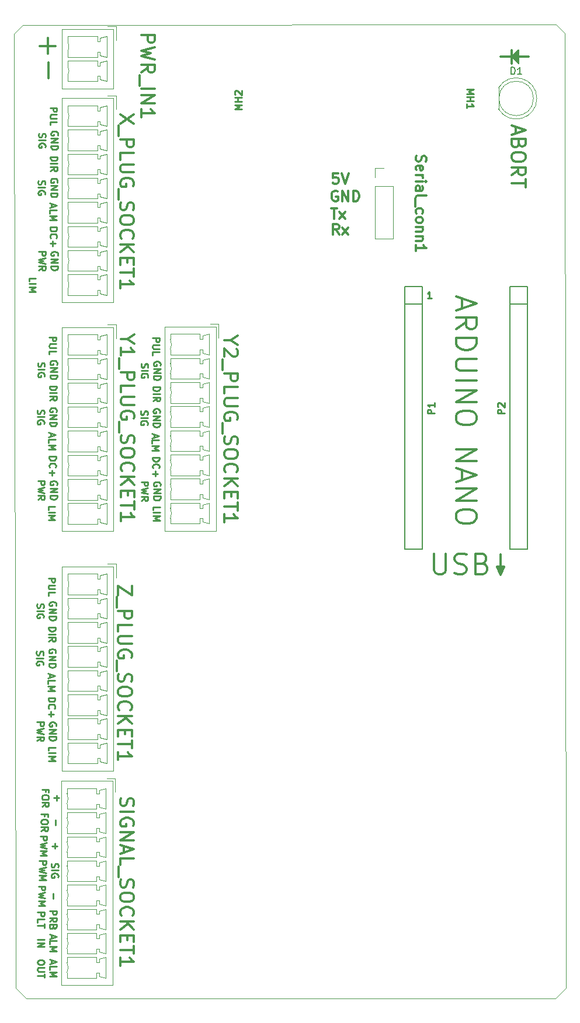
<source format=gbr>
G04 #@! TF.GenerationSoftware,KiCad,Pcbnew,(6.0.0-rc1-dev-347-gd8782b751)*
G04 #@! TF.CreationDate,2019-11-17T15:03:13+01:00*
G04 #@! TF.ProjectId,nano,6E616E6F2E6B696361645F7063620000,rev?*
G04 #@! TF.SameCoordinates,Original*
G04 #@! TF.FileFunction,Legend,Top*
G04 #@! TF.FilePolarity,Positive*
%FSLAX46Y46*%
G04 Gerber Fmt 4.6, Leading zero omitted, Abs format (unit mm)*
G04 Created by KiCad (PCBNEW (6.0.0-rc1-dev-347-gd8782b751)) date 11/17/19 15:03:13*
%MOMM*%
%LPD*%
G01*
G04 APERTURE LIST*
%ADD10C,0.300000*%
%ADD11C,0.150000*%
%ADD12C,0.250000*%
%ADD13C,0.100000*%
%ADD14C,0.120000*%
%ADD15C,1.800000*%
%ADD16R,1.800000X1.800000*%
%ADD17O,1.700000X1.700000*%
%ADD18R,1.700000X1.700000*%
%ADD19O,3.600000X1.800000*%
%ADD20C,9.000000*%
%ADD21O,2.032000X1.727200*%
G04 APERTURE END LIST*
D10*
X69453142Y-55923571D02*
X68953142Y-55209285D01*
X68596000Y-55923571D02*
X68596000Y-54423571D01*
X69167428Y-54423571D01*
X69310285Y-54495000D01*
X69381714Y-54566428D01*
X69453142Y-54709285D01*
X69453142Y-54923571D01*
X69381714Y-55066428D01*
X69310285Y-55137857D01*
X69167428Y-55209285D01*
X68596000Y-55209285D01*
X69953142Y-55923571D02*
X70738857Y-54923571D01*
X69953142Y-54923571D02*
X70738857Y-55923571D01*
X68306285Y-52137571D02*
X69163428Y-52137571D01*
X68734857Y-53637571D02*
X68734857Y-52137571D01*
X69520571Y-53637571D02*
X70306285Y-52637571D01*
X69520571Y-52637571D02*
X70306285Y-53637571D01*
X69215142Y-49669000D02*
X69072285Y-49597571D01*
X68858000Y-49597571D01*
X68643714Y-49669000D01*
X68500857Y-49811857D01*
X68429428Y-49954714D01*
X68358000Y-50240428D01*
X68358000Y-50454714D01*
X68429428Y-50740428D01*
X68500857Y-50883285D01*
X68643714Y-51026142D01*
X68858000Y-51097571D01*
X69000857Y-51097571D01*
X69215142Y-51026142D01*
X69286571Y-50954714D01*
X69286571Y-50454714D01*
X69000857Y-50454714D01*
X69929428Y-51097571D02*
X69929428Y-49597571D01*
X70786571Y-51097571D01*
X70786571Y-49597571D01*
X71500857Y-51097571D02*
X71500857Y-49597571D01*
X71858000Y-49597571D01*
X72072285Y-49669000D01*
X72215142Y-49811857D01*
X72286571Y-49954714D01*
X72358000Y-50240428D01*
X72358000Y-50454714D01*
X72286571Y-50740428D01*
X72215142Y-50883285D01*
X72072285Y-51026142D01*
X71858000Y-51097571D01*
X71500857Y-51097571D01*
X69310285Y-47057571D02*
X68596000Y-47057571D01*
X68524571Y-47771857D01*
X68596000Y-47700428D01*
X68738857Y-47629000D01*
X69096000Y-47629000D01*
X69238857Y-47700428D01*
X69310285Y-47771857D01*
X69381714Y-47914714D01*
X69381714Y-48271857D01*
X69310285Y-48414714D01*
X69238857Y-48486142D01*
X69096000Y-48557571D01*
X68738857Y-48557571D01*
X68596000Y-48486142D01*
X68524571Y-48414714D01*
X69810285Y-47057571D02*
X70310285Y-48557571D01*
X70810285Y-47057571D01*
D11*
G36*
X94488000Y-30099000D02*
X95504000Y-29083000D01*
X95504000Y-31115000D01*
X94488000Y-30099000D01*
G37*
X94488000Y-30099000D02*
X95504000Y-29083000D01*
X95504000Y-31115000D01*
X94488000Y-30099000D01*
D10*
X94488000Y-29210000D02*
X94488000Y-31115000D01*
X92837000Y-30099000D02*
X96901000Y-30099000D01*
X95043666Y-40291285D02*
X95043666Y-41243666D01*
X94472238Y-40100809D02*
X96472238Y-40767476D01*
X94472238Y-41434142D01*
X95519857Y-42767476D02*
X95424619Y-43053190D01*
X95329380Y-43148428D01*
X95138904Y-43243666D01*
X94853190Y-43243666D01*
X94662714Y-43148428D01*
X94567476Y-43053190D01*
X94472238Y-42862714D01*
X94472238Y-42100809D01*
X96472238Y-42100809D01*
X96472238Y-42767476D01*
X96377000Y-42957952D01*
X96281761Y-43053190D01*
X96091285Y-43148428D01*
X95900809Y-43148428D01*
X95710333Y-43053190D01*
X95615095Y-42957952D01*
X95519857Y-42767476D01*
X95519857Y-42100809D01*
X96472238Y-44481761D02*
X96472238Y-44862714D01*
X96377000Y-45053190D01*
X96186523Y-45243666D01*
X95805571Y-45338904D01*
X95138904Y-45338904D01*
X94757952Y-45243666D01*
X94567476Y-45053190D01*
X94472238Y-44862714D01*
X94472238Y-44481761D01*
X94567476Y-44291285D01*
X94757952Y-44100809D01*
X95138904Y-44005571D01*
X95805571Y-44005571D01*
X96186523Y-44100809D01*
X96377000Y-44291285D01*
X96472238Y-44481761D01*
X94472238Y-47338904D02*
X95424619Y-46672238D01*
X94472238Y-46196047D02*
X96472238Y-46196047D01*
X96472238Y-46957952D01*
X96377000Y-47148428D01*
X96281761Y-47243666D01*
X96091285Y-47338904D01*
X95805571Y-47338904D01*
X95615095Y-47243666D01*
X95519857Y-47148428D01*
X95424619Y-46957952D01*
X95424619Y-46196047D01*
X96472238Y-47910333D02*
X96472238Y-49053190D01*
X94472238Y-48481761D02*
X96472238Y-48481761D01*
G36*
X92837000Y-105283000D02*
X92837000Y-104140000D01*
X93345000Y-104140000D01*
X92837000Y-105283000D01*
G37*
X92837000Y-105283000D02*
X92837000Y-104140000D01*
X93345000Y-104140000D01*
X92837000Y-105283000D01*
G36*
X92837000Y-105283000D02*
X92837000Y-104140000D01*
X92329000Y-104140000D01*
X92837000Y-105283000D01*
G37*
X92837000Y-105283000D02*
X92837000Y-104140000D01*
X92329000Y-104140000D01*
X92837000Y-105283000D01*
X92837000Y-102362000D02*
X92837000Y-105283000D01*
D12*
X27759333Y-157535714D02*
X27759333Y-158011904D01*
X27473619Y-157440476D02*
X28473619Y-157773809D01*
X27473619Y-158107142D01*
X27473619Y-158916666D02*
X27473619Y-158440476D01*
X28473619Y-158440476D01*
X27473619Y-159250000D02*
X28473619Y-159250000D01*
X27759333Y-159583333D01*
X28473619Y-159916666D01*
X27473619Y-159916666D01*
X25723619Y-158226190D02*
X26723619Y-158226190D01*
X25723619Y-158702380D02*
X26723619Y-158702380D01*
X25723619Y-159273809D01*
X26723619Y-159273809D01*
X27473619Y-154059095D02*
X28473619Y-154059095D01*
X28473619Y-154440047D01*
X28426000Y-154535285D01*
X28378380Y-154582904D01*
X28283142Y-154630523D01*
X28140285Y-154630523D01*
X28045047Y-154582904D01*
X27997428Y-154535285D01*
X27949809Y-154440047D01*
X27949809Y-154059095D01*
X27473619Y-155630523D02*
X27949809Y-155297190D01*
X27473619Y-155059095D02*
X28473619Y-155059095D01*
X28473619Y-155440047D01*
X28426000Y-155535285D01*
X28378380Y-155582904D01*
X28283142Y-155630523D01*
X28140285Y-155630523D01*
X28045047Y-155582904D01*
X27997428Y-155535285D01*
X27949809Y-155440047D01*
X27949809Y-155059095D01*
X27997428Y-156392428D02*
X27949809Y-156535285D01*
X27902190Y-156582904D01*
X27806952Y-156630523D01*
X27664095Y-156630523D01*
X27568857Y-156582904D01*
X27521238Y-156535285D01*
X27473619Y-156440047D01*
X27473619Y-156059095D01*
X28473619Y-156059095D01*
X28473619Y-156392428D01*
X28426000Y-156487666D01*
X28378380Y-156535285D01*
X28283142Y-156582904D01*
X28187904Y-156582904D01*
X28092666Y-156535285D01*
X28045047Y-156487666D01*
X27997428Y-156392428D01*
X27997428Y-156059095D01*
X25723619Y-154273380D02*
X26723619Y-154273380D01*
X26723619Y-154654333D01*
X26676000Y-154749571D01*
X26628380Y-154797190D01*
X26533142Y-154844809D01*
X26390285Y-154844809D01*
X26295047Y-154797190D01*
X26247428Y-154749571D01*
X26199809Y-154654333D01*
X26199809Y-154273380D01*
X25723619Y-155749571D02*
X25723619Y-155273380D01*
X26723619Y-155273380D01*
X26723619Y-155940047D02*
X26723619Y-156511476D01*
X25723619Y-156225761D02*
X26723619Y-156225761D01*
X27981571Y-151511047D02*
X27981571Y-152272952D01*
X25850619Y-150487238D02*
X26850619Y-150487238D01*
X26850619Y-150868190D01*
X26803000Y-150963428D01*
X26755380Y-151011047D01*
X26660142Y-151058666D01*
X26517285Y-151058666D01*
X26422047Y-151011047D01*
X26374428Y-150963428D01*
X26326809Y-150868190D01*
X26326809Y-150487238D01*
X26850619Y-151392000D02*
X25850619Y-151630095D01*
X26564904Y-151820571D01*
X25850619Y-152011047D01*
X26850619Y-152249142D01*
X25850619Y-152630095D02*
X26850619Y-152630095D01*
X26136333Y-152963428D01*
X26850619Y-153296761D01*
X25850619Y-153296761D01*
X28235571Y-144272047D02*
X28235571Y-145033952D01*
X27854619Y-144653000D02*
X28616523Y-144653000D01*
X26104619Y-143248238D02*
X27104619Y-143248238D01*
X27104619Y-143629190D01*
X27057000Y-143724428D01*
X27009380Y-143772047D01*
X26914142Y-143819666D01*
X26771285Y-143819666D01*
X26676047Y-143772047D01*
X26628428Y-143724428D01*
X26580809Y-143629190D01*
X26580809Y-143248238D01*
X27104619Y-144153000D02*
X26104619Y-144391095D01*
X26818904Y-144581571D01*
X26104619Y-144772047D01*
X27104619Y-145010142D01*
X26104619Y-145391095D02*
X27104619Y-145391095D01*
X26390333Y-145724428D01*
X27104619Y-146057761D01*
X26104619Y-146057761D01*
D13*
X24130000Y-166751000D02*
X22606000Y-165227000D01*
X23622000Y-25527000D02*
X22352000Y-26797000D01*
X102362000Y-165227000D02*
X100838000Y-166751000D01*
X102171500Y-26733500D02*
X100901500Y-25463500D01*
D10*
X87257000Y-65248285D02*
X87257000Y-66676857D01*
X86399857Y-64962571D02*
X89399857Y-65962571D01*
X86399857Y-66962571D01*
X86399857Y-69676857D02*
X87828428Y-68676857D01*
X86399857Y-67962571D02*
X89399857Y-67962571D01*
X89399857Y-69105428D01*
X89257000Y-69391142D01*
X89114142Y-69534000D01*
X88828428Y-69676857D01*
X88399857Y-69676857D01*
X88114142Y-69534000D01*
X87971285Y-69391142D01*
X87828428Y-69105428D01*
X87828428Y-67962571D01*
X86399857Y-70962571D02*
X89399857Y-70962571D01*
X89399857Y-71676857D01*
X89257000Y-72105428D01*
X88971285Y-72391142D01*
X88685571Y-72534000D01*
X88114142Y-72676857D01*
X87685571Y-72676857D01*
X87114142Y-72534000D01*
X86828428Y-72391142D01*
X86542714Y-72105428D01*
X86399857Y-71676857D01*
X86399857Y-70962571D01*
X89399857Y-73962571D02*
X86971285Y-73962571D01*
X86685571Y-74105428D01*
X86542714Y-74248285D01*
X86399857Y-74534000D01*
X86399857Y-75105428D01*
X86542714Y-75391142D01*
X86685571Y-75534000D01*
X86971285Y-75676857D01*
X89399857Y-75676857D01*
X86399857Y-77105428D02*
X89399857Y-77105428D01*
X86399857Y-78534000D02*
X89399857Y-78534000D01*
X86399857Y-80248285D01*
X89399857Y-80248285D01*
X89399857Y-82248285D02*
X89399857Y-82819714D01*
X89257000Y-83105428D01*
X88971285Y-83391142D01*
X88399857Y-83534000D01*
X87399857Y-83534000D01*
X86828428Y-83391142D01*
X86542714Y-83105428D01*
X86399857Y-82819714D01*
X86399857Y-82248285D01*
X86542714Y-81962571D01*
X86828428Y-81676857D01*
X87399857Y-81534000D01*
X88399857Y-81534000D01*
X88971285Y-81676857D01*
X89257000Y-81962571D01*
X89399857Y-82248285D01*
X86399857Y-87105428D02*
X89399857Y-87105428D01*
X86399857Y-88819714D01*
X89399857Y-88819714D01*
X87257000Y-90105428D02*
X87257000Y-91534000D01*
X86399857Y-89819714D02*
X89399857Y-90819714D01*
X86399857Y-91819714D01*
X86399857Y-92819714D02*
X89399857Y-92819714D01*
X86399857Y-94534000D01*
X89399857Y-94534000D01*
X89399857Y-96534000D02*
X89399857Y-97105428D01*
X89257000Y-97391142D01*
X88971285Y-97676857D01*
X88399857Y-97819714D01*
X87399857Y-97819714D01*
X86828428Y-97676857D01*
X86542714Y-97391142D01*
X86399857Y-97105428D01*
X86399857Y-96534000D01*
X86542714Y-96248285D01*
X86828428Y-95962571D01*
X87399857Y-95819714D01*
X88399857Y-95819714D01*
X88971285Y-95962571D01*
X89257000Y-96248285D01*
X89399857Y-96534000D01*
X83209285Y-102243142D02*
X83209285Y-104671714D01*
X83352142Y-104957428D01*
X83495000Y-105100285D01*
X83780714Y-105243142D01*
X84352142Y-105243142D01*
X84637857Y-105100285D01*
X84780714Y-104957428D01*
X84923571Y-104671714D01*
X84923571Y-102243142D01*
X86209285Y-105100285D02*
X86637857Y-105243142D01*
X87352142Y-105243142D01*
X87637857Y-105100285D01*
X87780714Y-104957428D01*
X87923571Y-104671714D01*
X87923571Y-104386000D01*
X87780714Y-104100285D01*
X87637857Y-103957428D01*
X87352142Y-103814571D01*
X86780714Y-103671714D01*
X86495000Y-103528857D01*
X86352142Y-103386000D01*
X86209285Y-103100285D01*
X86209285Y-102814571D01*
X86352142Y-102528857D01*
X86495000Y-102386000D01*
X86780714Y-102243142D01*
X87495000Y-102243142D01*
X87923571Y-102386000D01*
X90209285Y-103671714D02*
X90637857Y-103814571D01*
X90780714Y-103957428D01*
X90923571Y-104243142D01*
X90923571Y-104671714D01*
X90780714Y-104957428D01*
X90637857Y-105100285D01*
X90352142Y-105243142D01*
X89209285Y-105243142D01*
X89209285Y-102243142D01*
X90209285Y-102243142D01*
X90495000Y-102386000D01*
X90637857Y-102528857D01*
X90780714Y-102814571D01*
X90780714Y-103100285D01*
X90637857Y-103386000D01*
X90495000Y-103528857D01*
X90209285Y-103671714D01*
X89209285Y-103671714D01*
D12*
X28387500Y-109791595D02*
X28435119Y-109696357D01*
X28435119Y-109553500D01*
X28387500Y-109410642D01*
X28292261Y-109315404D01*
X28197023Y-109267785D01*
X28006547Y-109220166D01*
X27863690Y-109220166D01*
X27673214Y-109267785D01*
X27577976Y-109315404D01*
X27482738Y-109410642D01*
X27435119Y-109553500D01*
X27435119Y-109648738D01*
X27482738Y-109791595D01*
X27530357Y-109839214D01*
X27863690Y-109839214D01*
X27863690Y-109648738D01*
X27435119Y-110267785D02*
X28435119Y-110267785D01*
X27435119Y-110839214D01*
X28435119Y-110839214D01*
X27435119Y-111315404D02*
X28435119Y-111315404D01*
X28435119Y-111553500D01*
X28387500Y-111696357D01*
X28292261Y-111791595D01*
X28197023Y-111839214D01*
X28006547Y-111886833D01*
X27863690Y-111886833D01*
X27673214Y-111839214D01*
X27577976Y-111791595D01*
X27482738Y-111696357D01*
X27435119Y-111553500D01*
X27435119Y-111315404D01*
D10*
D12*
X25682738Y-109529690D02*
X25635119Y-109672547D01*
X25635119Y-109910642D01*
X25682738Y-110005880D01*
X25730357Y-110053500D01*
X25825595Y-110101119D01*
X25920833Y-110101119D01*
X26016071Y-110053500D01*
X26063690Y-110005880D01*
X26111309Y-109910642D01*
X26158928Y-109720166D01*
X26206547Y-109624928D01*
X26254166Y-109577309D01*
X26349404Y-109529690D01*
X26444642Y-109529690D01*
X26539880Y-109577309D01*
X26587500Y-109624928D01*
X26635119Y-109720166D01*
X26635119Y-109958261D01*
X26587500Y-110101119D01*
X25635119Y-110529690D02*
X26635119Y-110529690D01*
X26587500Y-111529690D02*
X26635119Y-111434452D01*
X26635119Y-111291595D01*
X26587500Y-111148738D01*
X26492261Y-111053500D01*
X26397023Y-111005880D01*
X26206547Y-110958261D01*
X26063690Y-110958261D01*
X25873214Y-111005880D01*
X25777976Y-111053500D01*
X25682738Y-111148738D01*
X25635119Y-111291595D01*
X25635119Y-111386833D01*
X25682738Y-111529690D01*
X25730357Y-111577309D01*
X26063690Y-111577309D01*
X26063690Y-111386833D01*
D10*
D12*
X28324000Y-116649595D02*
X28371619Y-116554357D01*
X28371619Y-116411500D01*
X28324000Y-116268642D01*
X28228761Y-116173404D01*
X28133523Y-116125785D01*
X27943047Y-116078166D01*
X27800190Y-116078166D01*
X27609714Y-116125785D01*
X27514476Y-116173404D01*
X27419238Y-116268642D01*
X27371619Y-116411500D01*
X27371619Y-116506738D01*
X27419238Y-116649595D01*
X27466857Y-116697214D01*
X27800190Y-116697214D01*
X27800190Y-116506738D01*
X27371619Y-117125785D02*
X28371619Y-117125785D01*
X27371619Y-117697214D01*
X28371619Y-117697214D01*
X27371619Y-118173404D02*
X28371619Y-118173404D01*
X28371619Y-118411500D01*
X28324000Y-118554357D01*
X28228761Y-118649595D01*
X28133523Y-118697214D01*
X27943047Y-118744833D01*
X27800190Y-118744833D01*
X27609714Y-118697214D01*
X27514476Y-118649595D01*
X27419238Y-118554357D01*
X27371619Y-118411500D01*
X27371619Y-118173404D01*
D10*
D12*
X25619238Y-116387690D02*
X25571619Y-116530547D01*
X25571619Y-116768642D01*
X25619238Y-116863880D01*
X25666857Y-116911500D01*
X25762095Y-116959119D01*
X25857333Y-116959119D01*
X25952571Y-116911500D01*
X26000190Y-116863880D01*
X26047809Y-116768642D01*
X26095428Y-116578166D01*
X26143047Y-116482928D01*
X26190666Y-116435309D01*
X26285904Y-116387690D01*
X26381142Y-116387690D01*
X26476380Y-116435309D01*
X26524000Y-116482928D01*
X26571619Y-116578166D01*
X26571619Y-116816261D01*
X26524000Y-116959119D01*
X25571619Y-117387690D02*
X26571619Y-117387690D01*
X26524000Y-118387690D02*
X26571619Y-118292452D01*
X26571619Y-118149595D01*
X26524000Y-118006738D01*
X26428761Y-117911500D01*
X26333523Y-117863880D01*
X26143047Y-117816261D01*
X26000190Y-117816261D01*
X25809714Y-117863880D01*
X25714476Y-117911500D01*
X25619238Y-118006738D01*
X25571619Y-118149595D01*
X25571619Y-118244833D01*
X25619238Y-118387690D01*
X25666857Y-118435309D01*
X26000190Y-118435309D01*
X26000190Y-118244833D01*
D10*
D12*
X28387500Y-127254095D02*
X28435119Y-127158857D01*
X28435119Y-127016000D01*
X28387500Y-126873142D01*
X28292261Y-126777904D01*
X28197023Y-126730285D01*
X28006547Y-126682666D01*
X27863690Y-126682666D01*
X27673214Y-126730285D01*
X27577976Y-126777904D01*
X27482738Y-126873142D01*
X27435119Y-127016000D01*
X27435119Y-127111238D01*
X27482738Y-127254095D01*
X27530357Y-127301714D01*
X27863690Y-127301714D01*
X27863690Y-127111238D01*
X27435119Y-127730285D02*
X28435119Y-127730285D01*
X27435119Y-128301714D01*
X28435119Y-128301714D01*
X27435119Y-128777904D02*
X28435119Y-128777904D01*
X28435119Y-129016000D01*
X28387500Y-129158857D01*
X28292261Y-129254095D01*
X28197023Y-129301714D01*
X28006547Y-129349333D01*
X27863690Y-129349333D01*
X27673214Y-129301714D01*
X27577976Y-129254095D01*
X27482738Y-129158857D01*
X27435119Y-129016000D01*
X27435119Y-128777904D01*
D10*
D12*
X25635119Y-126682666D02*
X26635119Y-126682666D01*
X26635119Y-127063619D01*
X26587500Y-127158857D01*
X26539880Y-127206476D01*
X26444642Y-127254095D01*
X26301785Y-127254095D01*
X26206547Y-127206476D01*
X26158928Y-127158857D01*
X26111309Y-127063619D01*
X26111309Y-126682666D01*
X26635119Y-127587428D02*
X25635119Y-127825523D01*
X26349404Y-128016000D01*
X25635119Y-128206476D01*
X26635119Y-128444571D01*
X25635119Y-129396952D02*
X26111309Y-129063619D01*
X25635119Y-128825523D02*
X26635119Y-128825523D01*
X26635119Y-129206476D01*
X26587500Y-129301714D01*
X26539880Y-129349333D01*
X26444642Y-129396952D01*
X26301785Y-129396952D01*
X26206547Y-129349333D01*
X26158928Y-129301714D01*
X26111309Y-129206476D01*
X26111309Y-128825523D01*
D10*
D12*
X27297119Y-123142547D02*
X28297119Y-123142547D01*
X28297119Y-123380642D01*
X28249500Y-123523500D01*
X28154261Y-123618738D01*
X28059023Y-123666357D01*
X27868547Y-123713976D01*
X27725690Y-123713976D01*
X27535214Y-123666357D01*
X27439976Y-123618738D01*
X27344738Y-123523500D01*
X27297119Y-123380642D01*
X27297119Y-123142547D01*
X27392357Y-124713976D02*
X27344738Y-124666357D01*
X27297119Y-124523500D01*
X27297119Y-124428261D01*
X27344738Y-124285404D01*
X27439976Y-124190166D01*
X27535214Y-124142547D01*
X27725690Y-124094928D01*
X27868547Y-124094928D01*
X28059023Y-124142547D01*
X28154261Y-124190166D01*
X28249500Y-124285404D01*
X28297119Y-124428261D01*
X28297119Y-124523500D01*
X28249500Y-124666357D01*
X28201880Y-124713976D01*
X27678071Y-125142547D02*
X27678071Y-125904452D01*
X27297119Y-125523500D02*
X28059023Y-125523500D01*
D10*
D12*
X27360619Y-130818000D02*
X27360619Y-130341809D01*
X28360619Y-130341809D01*
X27360619Y-131151333D02*
X28360619Y-131151333D01*
X27360619Y-131627523D02*
X28360619Y-131627523D01*
X27646333Y-131960857D01*
X28360619Y-132294190D01*
X27360619Y-132294190D01*
D10*
D12*
X27360619Y-112919000D02*
X28360619Y-112919000D01*
X28360619Y-113157095D01*
X28313000Y-113299952D01*
X28217761Y-113395190D01*
X28122523Y-113442809D01*
X27932047Y-113490428D01*
X27789190Y-113490428D01*
X27598714Y-113442809D01*
X27503476Y-113395190D01*
X27408238Y-113299952D01*
X27360619Y-113157095D01*
X27360619Y-112919000D01*
X27360619Y-113919000D02*
X28360619Y-113919000D01*
X27360619Y-114966619D02*
X27836809Y-114633285D01*
X27360619Y-114395190D02*
X28360619Y-114395190D01*
X28360619Y-114776142D01*
X28313000Y-114871380D01*
X28265380Y-114919000D01*
X28170142Y-114966619D01*
X28027285Y-114966619D01*
X27932047Y-114919000D01*
X27884428Y-114871380D01*
X27836809Y-114776142D01*
X27836809Y-114395190D01*
D10*
D12*
X27519333Y-119753214D02*
X27519333Y-120229404D01*
X27233619Y-119657976D02*
X28233619Y-119991309D01*
X27233619Y-120324642D01*
X27233619Y-121134166D02*
X27233619Y-120657976D01*
X28233619Y-120657976D01*
X27233619Y-121467500D02*
X28233619Y-121467500D01*
X27519333Y-121800833D01*
X28233619Y-122134166D01*
X27233619Y-122134166D01*
D10*
D12*
X27297119Y-105807023D02*
X28297119Y-105807023D01*
X28297119Y-106187976D01*
X28249500Y-106283214D01*
X28201880Y-106330833D01*
X28106642Y-106378452D01*
X27963785Y-106378452D01*
X27868547Y-106330833D01*
X27820928Y-106283214D01*
X27773309Y-106187976D01*
X27773309Y-105807023D01*
X28297119Y-106807023D02*
X27487595Y-106807023D01*
X27392357Y-106854642D01*
X27344738Y-106902261D01*
X27297119Y-106997500D01*
X27297119Y-107187976D01*
X27344738Y-107283214D01*
X27392357Y-107330833D01*
X27487595Y-107378452D01*
X28297119Y-107378452D01*
X27297119Y-108330833D02*
X27297119Y-107854642D01*
X28297119Y-107854642D01*
D10*
D12*
X42473619Y-95956500D02*
X42473619Y-95480309D01*
X43473619Y-95480309D01*
X42473619Y-96289833D02*
X43473619Y-96289833D01*
X42473619Y-96766023D02*
X43473619Y-96766023D01*
X42759333Y-97099357D01*
X43473619Y-97432690D01*
X42473619Y-97432690D01*
D10*
D12*
X42410119Y-70945523D02*
X43410119Y-70945523D01*
X43410119Y-71326476D01*
X43362500Y-71421714D01*
X43314880Y-71469333D01*
X43219642Y-71516952D01*
X43076785Y-71516952D01*
X42981547Y-71469333D01*
X42933928Y-71421714D01*
X42886309Y-71326476D01*
X42886309Y-70945523D01*
X43410119Y-71945523D02*
X42600595Y-71945523D01*
X42505357Y-71993142D01*
X42457738Y-72040761D01*
X42410119Y-72136000D01*
X42410119Y-72326476D01*
X42457738Y-72421714D01*
X42505357Y-72469333D01*
X42600595Y-72516952D01*
X43410119Y-72516952D01*
X42410119Y-73469333D02*
X42410119Y-72993142D01*
X43410119Y-72993142D01*
D10*
D12*
X43500500Y-74930095D02*
X43548119Y-74834857D01*
X43548119Y-74692000D01*
X43500500Y-74549142D01*
X43405261Y-74453904D01*
X43310023Y-74406285D01*
X43119547Y-74358666D01*
X42976690Y-74358666D01*
X42786214Y-74406285D01*
X42690976Y-74453904D01*
X42595738Y-74549142D01*
X42548119Y-74692000D01*
X42548119Y-74787238D01*
X42595738Y-74930095D01*
X42643357Y-74977714D01*
X42976690Y-74977714D01*
X42976690Y-74787238D01*
X42548119Y-75406285D02*
X43548119Y-75406285D01*
X42548119Y-75977714D01*
X43548119Y-75977714D01*
X42548119Y-76453904D02*
X43548119Y-76453904D01*
X43548119Y-76692000D01*
X43500500Y-76834857D01*
X43405261Y-76930095D01*
X43310023Y-76977714D01*
X43119547Y-77025333D01*
X42976690Y-77025333D01*
X42786214Y-76977714D01*
X42690976Y-76930095D01*
X42595738Y-76834857D01*
X42548119Y-76692000D01*
X42548119Y-76453904D01*
D10*
D12*
X40795738Y-74668190D02*
X40748119Y-74811047D01*
X40748119Y-75049142D01*
X40795738Y-75144380D01*
X40843357Y-75192000D01*
X40938595Y-75239619D01*
X41033833Y-75239619D01*
X41129071Y-75192000D01*
X41176690Y-75144380D01*
X41224309Y-75049142D01*
X41271928Y-74858666D01*
X41319547Y-74763428D01*
X41367166Y-74715809D01*
X41462404Y-74668190D01*
X41557642Y-74668190D01*
X41652880Y-74715809D01*
X41700500Y-74763428D01*
X41748119Y-74858666D01*
X41748119Y-75096761D01*
X41700500Y-75239619D01*
X40748119Y-75668190D02*
X41748119Y-75668190D01*
X41700500Y-76668190D02*
X41748119Y-76572952D01*
X41748119Y-76430095D01*
X41700500Y-76287238D01*
X41605261Y-76192000D01*
X41510023Y-76144380D01*
X41319547Y-76096761D01*
X41176690Y-76096761D01*
X40986214Y-76144380D01*
X40890976Y-76192000D01*
X40795738Y-76287238D01*
X40748119Y-76430095D01*
X40748119Y-76525333D01*
X40795738Y-76668190D01*
X40843357Y-76715809D01*
X41176690Y-76715809D01*
X41176690Y-76525333D01*
D10*
D12*
X43437000Y-81788095D02*
X43484619Y-81692857D01*
X43484619Y-81550000D01*
X43437000Y-81407142D01*
X43341761Y-81311904D01*
X43246523Y-81264285D01*
X43056047Y-81216666D01*
X42913190Y-81216666D01*
X42722714Y-81264285D01*
X42627476Y-81311904D01*
X42532238Y-81407142D01*
X42484619Y-81550000D01*
X42484619Y-81645238D01*
X42532238Y-81788095D01*
X42579857Y-81835714D01*
X42913190Y-81835714D01*
X42913190Y-81645238D01*
X42484619Y-82264285D02*
X43484619Y-82264285D01*
X42484619Y-82835714D01*
X43484619Y-82835714D01*
X42484619Y-83311904D02*
X43484619Y-83311904D01*
X43484619Y-83550000D01*
X43437000Y-83692857D01*
X43341761Y-83788095D01*
X43246523Y-83835714D01*
X43056047Y-83883333D01*
X42913190Y-83883333D01*
X42722714Y-83835714D01*
X42627476Y-83788095D01*
X42532238Y-83692857D01*
X42484619Y-83550000D01*
X42484619Y-83311904D01*
D10*
D12*
X40732238Y-81526190D02*
X40684619Y-81669047D01*
X40684619Y-81907142D01*
X40732238Y-82002380D01*
X40779857Y-82050000D01*
X40875095Y-82097619D01*
X40970333Y-82097619D01*
X41065571Y-82050000D01*
X41113190Y-82002380D01*
X41160809Y-81907142D01*
X41208428Y-81716666D01*
X41256047Y-81621428D01*
X41303666Y-81573809D01*
X41398904Y-81526190D01*
X41494142Y-81526190D01*
X41589380Y-81573809D01*
X41637000Y-81621428D01*
X41684619Y-81716666D01*
X41684619Y-81954761D01*
X41637000Y-82097619D01*
X40684619Y-82526190D02*
X41684619Y-82526190D01*
X41637000Y-83526190D02*
X41684619Y-83430952D01*
X41684619Y-83288095D01*
X41637000Y-83145238D01*
X41541761Y-83050000D01*
X41446523Y-83002380D01*
X41256047Y-82954761D01*
X41113190Y-82954761D01*
X40922714Y-83002380D01*
X40827476Y-83050000D01*
X40732238Y-83145238D01*
X40684619Y-83288095D01*
X40684619Y-83383333D01*
X40732238Y-83526190D01*
X40779857Y-83573809D01*
X41113190Y-83573809D01*
X41113190Y-83383333D01*
D10*
D12*
X43500500Y-92392595D02*
X43548119Y-92297357D01*
X43548119Y-92154500D01*
X43500500Y-92011642D01*
X43405261Y-91916404D01*
X43310023Y-91868785D01*
X43119547Y-91821166D01*
X42976690Y-91821166D01*
X42786214Y-91868785D01*
X42690976Y-91916404D01*
X42595738Y-92011642D01*
X42548119Y-92154500D01*
X42548119Y-92249738D01*
X42595738Y-92392595D01*
X42643357Y-92440214D01*
X42976690Y-92440214D01*
X42976690Y-92249738D01*
X42548119Y-92868785D02*
X43548119Y-92868785D01*
X42548119Y-93440214D01*
X43548119Y-93440214D01*
X42548119Y-93916404D02*
X43548119Y-93916404D01*
X43548119Y-94154500D01*
X43500500Y-94297357D01*
X43405261Y-94392595D01*
X43310023Y-94440214D01*
X43119547Y-94487833D01*
X42976690Y-94487833D01*
X42786214Y-94440214D01*
X42690976Y-94392595D01*
X42595738Y-94297357D01*
X42548119Y-94154500D01*
X42548119Y-93916404D01*
D10*
D12*
X40748119Y-91821166D02*
X41748119Y-91821166D01*
X41748119Y-92202119D01*
X41700500Y-92297357D01*
X41652880Y-92344976D01*
X41557642Y-92392595D01*
X41414785Y-92392595D01*
X41319547Y-92344976D01*
X41271928Y-92297357D01*
X41224309Y-92202119D01*
X41224309Y-91821166D01*
X41748119Y-92725928D02*
X40748119Y-92964023D01*
X41462404Y-93154500D01*
X40748119Y-93344976D01*
X41748119Y-93583071D01*
X40748119Y-94535452D02*
X41224309Y-94202119D01*
X40748119Y-93964023D02*
X41748119Y-93964023D01*
X41748119Y-94344976D01*
X41700500Y-94440214D01*
X41652880Y-94487833D01*
X41557642Y-94535452D01*
X41414785Y-94535452D01*
X41319547Y-94487833D01*
X41271928Y-94440214D01*
X41224309Y-94344976D01*
X41224309Y-93964023D01*
D10*
D12*
X42410119Y-88281047D02*
X43410119Y-88281047D01*
X43410119Y-88519142D01*
X43362500Y-88662000D01*
X43267261Y-88757238D01*
X43172023Y-88804857D01*
X42981547Y-88852476D01*
X42838690Y-88852476D01*
X42648214Y-88804857D01*
X42552976Y-88757238D01*
X42457738Y-88662000D01*
X42410119Y-88519142D01*
X42410119Y-88281047D01*
X42505357Y-89852476D02*
X42457738Y-89804857D01*
X42410119Y-89662000D01*
X42410119Y-89566761D01*
X42457738Y-89423904D01*
X42552976Y-89328666D01*
X42648214Y-89281047D01*
X42838690Y-89233428D01*
X42981547Y-89233428D01*
X43172023Y-89281047D01*
X43267261Y-89328666D01*
X43362500Y-89423904D01*
X43410119Y-89566761D01*
X43410119Y-89662000D01*
X43362500Y-89804857D01*
X43314880Y-89852476D01*
X42791071Y-90281047D02*
X42791071Y-91042952D01*
X42410119Y-90662000D02*
X43172023Y-90662000D01*
D10*
D12*
X42632333Y-84891714D02*
X42632333Y-85367904D01*
X42346619Y-84796476D02*
X43346619Y-85129809D01*
X42346619Y-85463142D01*
X42346619Y-86272666D02*
X42346619Y-85796476D01*
X43346619Y-85796476D01*
X42346619Y-86606000D02*
X43346619Y-86606000D01*
X42632333Y-86939333D01*
X43346619Y-87272666D01*
X42346619Y-87272666D01*
D10*
D12*
X42473619Y-78057500D02*
X43473619Y-78057500D01*
X43473619Y-78295595D01*
X43426000Y-78438452D01*
X43330761Y-78533690D01*
X43235523Y-78581309D01*
X43045047Y-78628928D01*
X42902190Y-78628928D01*
X42711714Y-78581309D01*
X42616476Y-78533690D01*
X42521238Y-78438452D01*
X42473619Y-78295595D01*
X42473619Y-78057500D01*
X42473619Y-79057500D02*
X43473619Y-79057500D01*
X42473619Y-80105119D02*
X42949809Y-79771785D01*
X42473619Y-79533690D02*
X43473619Y-79533690D01*
X43473619Y-79914642D01*
X43426000Y-80009880D01*
X43378380Y-80057500D01*
X43283142Y-80105119D01*
X43140285Y-80105119D01*
X43045047Y-80057500D01*
X42997428Y-80009880D01*
X42949809Y-79914642D01*
X42949809Y-79533690D01*
D10*
D12*
X27424119Y-70818523D02*
X28424119Y-70818523D01*
X28424119Y-71199476D01*
X28376500Y-71294714D01*
X28328880Y-71342333D01*
X28233642Y-71389952D01*
X28090785Y-71389952D01*
X27995547Y-71342333D01*
X27947928Y-71294714D01*
X27900309Y-71199476D01*
X27900309Y-70818523D01*
X28424119Y-71818523D02*
X27614595Y-71818523D01*
X27519357Y-71866142D01*
X27471738Y-71913761D01*
X27424119Y-72009000D01*
X27424119Y-72199476D01*
X27471738Y-72294714D01*
X27519357Y-72342333D01*
X27614595Y-72389952D01*
X28424119Y-72389952D01*
X27424119Y-73342333D02*
X27424119Y-72866142D01*
X28424119Y-72866142D01*
D10*
D12*
X28514500Y-74803095D02*
X28562119Y-74707857D01*
X28562119Y-74565000D01*
X28514500Y-74422142D01*
X28419261Y-74326904D01*
X28324023Y-74279285D01*
X28133547Y-74231666D01*
X27990690Y-74231666D01*
X27800214Y-74279285D01*
X27704976Y-74326904D01*
X27609738Y-74422142D01*
X27562119Y-74565000D01*
X27562119Y-74660238D01*
X27609738Y-74803095D01*
X27657357Y-74850714D01*
X27990690Y-74850714D01*
X27990690Y-74660238D01*
X27562119Y-75279285D02*
X28562119Y-75279285D01*
X27562119Y-75850714D01*
X28562119Y-75850714D01*
X27562119Y-76326904D02*
X28562119Y-76326904D01*
X28562119Y-76565000D01*
X28514500Y-76707857D01*
X28419261Y-76803095D01*
X28324023Y-76850714D01*
X28133547Y-76898333D01*
X27990690Y-76898333D01*
X27800214Y-76850714D01*
X27704976Y-76803095D01*
X27609738Y-76707857D01*
X27562119Y-76565000D01*
X27562119Y-76326904D01*
D10*
D12*
X25809738Y-74541190D02*
X25762119Y-74684047D01*
X25762119Y-74922142D01*
X25809738Y-75017380D01*
X25857357Y-75065000D01*
X25952595Y-75112619D01*
X26047833Y-75112619D01*
X26143071Y-75065000D01*
X26190690Y-75017380D01*
X26238309Y-74922142D01*
X26285928Y-74731666D01*
X26333547Y-74636428D01*
X26381166Y-74588809D01*
X26476404Y-74541190D01*
X26571642Y-74541190D01*
X26666880Y-74588809D01*
X26714500Y-74636428D01*
X26762119Y-74731666D01*
X26762119Y-74969761D01*
X26714500Y-75112619D01*
X25762119Y-75541190D02*
X26762119Y-75541190D01*
X26714500Y-76541190D02*
X26762119Y-76445952D01*
X26762119Y-76303095D01*
X26714500Y-76160238D01*
X26619261Y-76065000D01*
X26524023Y-76017380D01*
X26333547Y-75969761D01*
X26190690Y-75969761D01*
X26000214Y-76017380D01*
X25904976Y-76065000D01*
X25809738Y-76160238D01*
X25762119Y-76303095D01*
X25762119Y-76398333D01*
X25809738Y-76541190D01*
X25857357Y-76588809D01*
X26190690Y-76588809D01*
X26190690Y-76398333D01*
D10*
D12*
X28451000Y-81661095D02*
X28498619Y-81565857D01*
X28498619Y-81423000D01*
X28451000Y-81280142D01*
X28355761Y-81184904D01*
X28260523Y-81137285D01*
X28070047Y-81089666D01*
X27927190Y-81089666D01*
X27736714Y-81137285D01*
X27641476Y-81184904D01*
X27546238Y-81280142D01*
X27498619Y-81423000D01*
X27498619Y-81518238D01*
X27546238Y-81661095D01*
X27593857Y-81708714D01*
X27927190Y-81708714D01*
X27927190Y-81518238D01*
X27498619Y-82137285D02*
X28498619Y-82137285D01*
X27498619Y-82708714D01*
X28498619Y-82708714D01*
X27498619Y-83184904D02*
X28498619Y-83184904D01*
X28498619Y-83423000D01*
X28451000Y-83565857D01*
X28355761Y-83661095D01*
X28260523Y-83708714D01*
X28070047Y-83756333D01*
X27927190Y-83756333D01*
X27736714Y-83708714D01*
X27641476Y-83661095D01*
X27546238Y-83565857D01*
X27498619Y-83423000D01*
X27498619Y-83184904D01*
D10*
D12*
X25746238Y-81399190D02*
X25698619Y-81542047D01*
X25698619Y-81780142D01*
X25746238Y-81875380D01*
X25793857Y-81923000D01*
X25889095Y-81970619D01*
X25984333Y-81970619D01*
X26079571Y-81923000D01*
X26127190Y-81875380D01*
X26174809Y-81780142D01*
X26222428Y-81589666D01*
X26270047Y-81494428D01*
X26317666Y-81446809D01*
X26412904Y-81399190D01*
X26508142Y-81399190D01*
X26603380Y-81446809D01*
X26651000Y-81494428D01*
X26698619Y-81589666D01*
X26698619Y-81827761D01*
X26651000Y-81970619D01*
X25698619Y-82399190D02*
X26698619Y-82399190D01*
X26651000Y-83399190D02*
X26698619Y-83303952D01*
X26698619Y-83161095D01*
X26651000Y-83018238D01*
X26555761Y-82923000D01*
X26460523Y-82875380D01*
X26270047Y-82827761D01*
X26127190Y-82827761D01*
X25936714Y-82875380D01*
X25841476Y-82923000D01*
X25746238Y-83018238D01*
X25698619Y-83161095D01*
X25698619Y-83256333D01*
X25746238Y-83399190D01*
X25793857Y-83446809D01*
X26127190Y-83446809D01*
X26127190Y-83256333D01*
D10*
D12*
X27424119Y-88154047D02*
X28424119Y-88154047D01*
X28424119Y-88392142D01*
X28376500Y-88535000D01*
X28281261Y-88630238D01*
X28186023Y-88677857D01*
X27995547Y-88725476D01*
X27852690Y-88725476D01*
X27662214Y-88677857D01*
X27566976Y-88630238D01*
X27471738Y-88535000D01*
X27424119Y-88392142D01*
X27424119Y-88154047D01*
X27519357Y-89725476D02*
X27471738Y-89677857D01*
X27424119Y-89535000D01*
X27424119Y-89439761D01*
X27471738Y-89296904D01*
X27566976Y-89201666D01*
X27662214Y-89154047D01*
X27852690Y-89106428D01*
X27995547Y-89106428D01*
X28186023Y-89154047D01*
X28281261Y-89201666D01*
X28376500Y-89296904D01*
X28424119Y-89439761D01*
X28424119Y-89535000D01*
X28376500Y-89677857D01*
X28328880Y-89725476D01*
X27805071Y-90154047D02*
X27805071Y-90915952D01*
X27424119Y-90535000D02*
X28186023Y-90535000D01*
D10*
D12*
X27646333Y-84764714D02*
X27646333Y-85240904D01*
X27360619Y-84669476D02*
X28360619Y-85002809D01*
X27360619Y-85336142D01*
X27360619Y-86145666D02*
X27360619Y-85669476D01*
X28360619Y-85669476D01*
X27360619Y-86479000D02*
X28360619Y-86479000D01*
X27646333Y-86812333D01*
X28360619Y-87145666D01*
X27360619Y-87145666D01*
D10*
D12*
X28514500Y-92265595D02*
X28562119Y-92170357D01*
X28562119Y-92027500D01*
X28514500Y-91884642D01*
X28419261Y-91789404D01*
X28324023Y-91741785D01*
X28133547Y-91694166D01*
X27990690Y-91694166D01*
X27800214Y-91741785D01*
X27704976Y-91789404D01*
X27609738Y-91884642D01*
X27562119Y-92027500D01*
X27562119Y-92122738D01*
X27609738Y-92265595D01*
X27657357Y-92313214D01*
X27990690Y-92313214D01*
X27990690Y-92122738D01*
X27562119Y-92741785D02*
X28562119Y-92741785D01*
X27562119Y-93313214D01*
X28562119Y-93313214D01*
X27562119Y-93789404D02*
X28562119Y-93789404D01*
X28562119Y-94027500D01*
X28514500Y-94170357D01*
X28419261Y-94265595D01*
X28324023Y-94313214D01*
X28133547Y-94360833D01*
X27990690Y-94360833D01*
X27800214Y-94313214D01*
X27704976Y-94265595D01*
X27609738Y-94170357D01*
X27562119Y-94027500D01*
X27562119Y-93789404D01*
D10*
D12*
X25762119Y-91694166D02*
X26762119Y-91694166D01*
X26762119Y-92075119D01*
X26714500Y-92170357D01*
X26666880Y-92217976D01*
X26571642Y-92265595D01*
X26428785Y-92265595D01*
X26333547Y-92217976D01*
X26285928Y-92170357D01*
X26238309Y-92075119D01*
X26238309Y-91694166D01*
X26762119Y-92598928D02*
X25762119Y-92837023D01*
X26476404Y-93027500D01*
X25762119Y-93217976D01*
X26762119Y-93456071D01*
X25762119Y-94408452D02*
X26238309Y-94075119D01*
X25762119Y-93837023D02*
X26762119Y-93837023D01*
X26762119Y-94217976D01*
X26714500Y-94313214D01*
X26666880Y-94360833D01*
X26571642Y-94408452D01*
X26428785Y-94408452D01*
X26333547Y-94360833D01*
X26285928Y-94313214D01*
X26238309Y-94217976D01*
X26238309Y-93837023D01*
D10*
D12*
X27487619Y-77930500D02*
X28487619Y-77930500D01*
X28487619Y-78168595D01*
X28440000Y-78311452D01*
X28344761Y-78406690D01*
X28249523Y-78454309D01*
X28059047Y-78501928D01*
X27916190Y-78501928D01*
X27725714Y-78454309D01*
X27630476Y-78406690D01*
X27535238Y-78311452D01*
X27487619Y-78168595D01*
X27487619Y-77930500D01*
X27487619Y-78930500D02*
X28487619Y-78930500D01*
X27487619Y-79978119D02*
X27963809Y-79644785D01*
X27487619Y-79406690D02*
X28487619Y-79406690D01*
X28487619Y-79787642D01*
X28440000Y-79882880D01*
X28392380Y-79930500D01*
X28297142Y-79978119D01*
X28154285Y-79978119D01*
X28059047Y-79930500D01*
X28011428Y-79882880D01*
X27963809Y-79787642D01*
X27963809Y-79406690D01*
D10*
D12*
X27297119Y-95893000D02*
X27297119Y-95416809D01*
X28297119Y-95416809D01*
X27297119Y-96226333D02*
X28297119Y-96226333D01*
X27297119Y-96702523D02*
X28297119Y-96702523D01*
X27582833Y-97035857D01*
X28297119Y-97369190D01*
X27297119Y-97369190D01*
D10*
D12*
X24503119Y-62746000D02*
X24503119Y-62269809D01*
X25503119Y-62269809D01*
X24503119Y-63079333D02*
X25503119Y-63079333D01*
X24503119Y-63555523D02*
X25503119Y-63555523D01*
X24788833Y-63888857D01*
X25503119Y-64222190D01*
X24503119Y-64222190D01*
D10*
D12*
X28641500Y-58991595D02*
X28689119Y-58896357D01*
X28689119Y-58753500D01*
X28641500Y-58610642D01*
X28546261Y-58515404D01*
X28451023Y-58467785D01*
X28260547Y-58420166D01*
X28117690Y-58420166D01*
X27927214Y-58467785D01*
X27831976Y-58515404D01*
X27736738Y-58610642D01*
X27689119Y-58753500D01*
X27689119Y-58848738D01*
X27736738Y-58991595D01*
X27784357Y-59039214D01*
X28117690Y-59039214D01*
X28117690Y-58848738D01*
X27689119Y-59467785D02*
X28689119Y-59467785D01*
X27689119Y-60039214D01*
X28689119Y-60039214D01*
X27689119Y-60515404D02*
X28689119Y-60515404D01*
X28689119Y-60753500D01*
X28641500Y-60896357D01*
X28546261Y-60991595D01*
X28451023Y-61039214D01*
X28260547Y-61086833D01*
X28117690Y-61086833D01*
X27927214Y-61039214D01*
X27831976Y-60991595D01*
X27736738Y-60896357D01*
X27689119Y-60753500D01*
X27689119Y-60515404D01*
D10*
D12*
X25889119Y-58420166D02*
X26889119Y-58420166D01*
X26889119Y-58801119D01*
X26841500Y-58896357D01*
X26793880Y-58943976D01*
X26698642Y-58991595D01*
X26555785Y-58991595D01*
X26460547Y-58943976D01*
X26412928Y-58896357D01*
X26365309Y-58801119D01*
X26365309Y-58420166D01*
X26889119Y-59324928D02*
X25889119Y-59563023D01*
X26603404Y-59753500D01*
X25889119Y-59943976D01*
X26889119Y-60182071D01*
X25889119Y-61134452D02*
X26365309Y-60801119D01*
X25889119Y-60563023D02*
X26889119Y-60563023D01*
X26889119Y-60943976D01*
X26841500Y-61039214D01*
X26793880Y-61086833D01*
X26698642Y-61134452D01*
X26555785Y-61134452D01*
X26460547Y-61086833D01*
X26412928Y-61039214D01*
X26365309Y-60943976D01*
X26365309Y-60563023D01*
D10*
D12*
X27551119Y-54880047D02*
X28551119Y-54880047D01*
X28551119Y-55118142D01*
X28503500Y-55261000D01*
X28408261Y-55356238D01*
X28313023Y-55403857D01*
X28122547Y-55451476D01*
X27979690Y-55451476D01*
X27789214Y-55403857D01*
X27693976Y-55356238D01*
X27598738Y-55261000D01*
X27551119Y-55118142D01*
X27551119Y-54880047D01*
X27646357Y-56451476D02*
X27598738Y-56403857D01*
X27551119Y-56261000D01*
X27551119Y-56165761D01*
X27598738Y-56022904D01*
X27693976Y-55927666D01*
X27789214Y-55880047D01*
X27979690Y-55832428D01*
X28122547Y-55832428D01*
X28313023Y-55880047D01*
X28408261Y-55927666D01*
X28503500Y-56022904D01*
X28551119Y-56165761D01*
X28551119Y-56261000D01*
X28503500Y-56403857D01*
X28455880Y-56451476D01*
X27932071Y-56880047D02*
X27932071Y-57641952D01*
X27551119Y-57261000D02*
X28313023Y-57261000D01*
D10*
D12*
X27773333Y-51490714D02*
X27773333Y-51966904D01*
X27487619Y-51395476D02*
X28487619Y-51728809D01*
X27487619Y-52062142D01*
X27487619Y-52871666D02*
X27487619Y-52395476D01*
X28487619Y-52395476D01*
X27487619Y-53205000D02*
X28487619Y-53205000D01*
X27773333Y-53538333D01*
X28487619Y-53871666D01*
X27487619Y-53871666D01*
D10*
D12*
X28578000Y-48387095D02*
X28625619Y-48291857D01*
X28625619Y-48149000D01*
X28578000Y-48006142D01*
X28482761Y-47910904D01*
X28387523Y-47863285D01*
X28197047Y-47815666D01*
X28054190Y-47815666D01*
X27863714Y-47863285D01*
X27768476Y-47910904D01*
X27673238Y-48006142D01*
X27625619Y-48149000D01*
X27625619Y-48244238D01*
X27673238Y-48387095D01*
X27720857Y-48434714D01*
X28054190Y-48434714D01*
X28054190Y-48244238D01*
X27625619Y-48863285D02*
X28625619Y-48863285D01*
X27625619Y-49434714D01*
X28625619Y-49434714D01*
X27625619Y-49910904D02*
X28625619Y-49910904D01*
X28625619Y-50149000D01*
X28578000Y-50291857D01*
X28482761Y-50387095D01*
X28387523Y-50434714D01*
X28197047Y-50482333D01*
X28054190Y-50482333D01*
X27863714Y-50434714D01*
X27768476Y-50387095D01*
X27673238Y-50291857D01*
X27625619Y-50149000D01*
X27625619Y-49910904D01*
D10*
D12*
X25873238Y-48125190D02*
X25825619Y-48268047D01*
X25825619Y-48506142D01*
X25873238Y-48601380D01*
X25920857Y-48649000D01*
X26016095Y-48696619D01*
X26111333Y-48696619D01*
X26206571Y-48649000D01*
X26254190Y-48601380D01*
X26301809Y-48506142D01*
X26349428Y-48315666D01*
X26397047Y-48220428D01*
X26444666Y-48172809D01*
X26539904Y-48125190D01*
X26635142Y-48125190D01*
X26730380Y-48172809D01*
X26778000Y-48220428D01*
X26825619Y-48315666D01*
X26825619Y-48553761D01*
X26778000Y-48696619D01*
X25825619Y-49125190D02*
X26825619Y-49125190D01*
X26778000Y-50125190D02*
X26825619Y-50029952D01*
X26825619Y-49887095D01*
X26778000Y-49744238D01*
X26682761Y-49649000D01*
X26587523Y-49601380D01*
X26397047Y-49553761D01*
X26254190Y-49553761D01*
X26063714Y-49601380D01*
X25968476Y-49649000D01*
X25873238Y-49744238D01*
X25825619Y-49887095D01*
X25825619Y-49982333D01*
X25873238Y-50125190D01*
X25920857Y-50172809D01*
X26254190Y-50172809D01*
X26254190Y-49982333D01*
D10*
D12*
X27614619Y-44656500D02*
X28614619Y-44656500D01*
X28614619Y-44894595D01*
X28567000Y-45037452D01*
X28471761Y-45132690D01*
X28376523Y-45180309D01*
X28186047Y-45227928D01*
X28043190Y-45227928D01*
X27852714Y-45180309D01*
X27757476Y-45132690D01*
X27662238Y-45037452D01*
X27614619Y-44894595D01*
X27614619Y-44656500D01*
X27614619Y-45656500D02*
X28614619Y-45656500D01*
X27614619Y-46704119D02*
X28090809Y-46370785D01*
X27614619Y-46132690D02*
X28614619Y-46132690D01*
X28614619Y-46513642D01*
X28567000Y-46608880D01*
X28519380Y-46656500D01*
X28424142Y-46704119D01*
X28281285Y-46704119D01*
X28186047Y-46656500D01*
X28138428Y-46608880D01*
X28090809Y-46513642D01*
X28090809Y-46132690D01*
D10*
D12*
X28641500Y-41529095D02*
X28689119Y-41433857D01*
X28689119Y-41291000D01*
X28641500Y-41148142D01*
X28546261Y-41052904D01*
X28451023Y-41005285D01*
X28260547Y-40957666D01*
X28117690Y-40957666D01*
X27927214Y-41005285D01*
X27831976Y-41052904D01*
X27736738Y-41148142D01*
X27689119Y-41291000D01*
X27689119Y-41386238D01*
X27736738Y-41529095D01*
X27784357Y-41576714D01*
X28117690Y-41576714D01*
X28117690Y-41386238D01*
X27689119Y-42005285D02*
X28689119Y-42005285D01*
X27689119Y-42576714D01*
X28689119Y-42576714D01*
X27689119Y-43052904D02*
X28689119Y-43052904D01*
X28689119Y-43291000D01*
X28641500Y-43433857D01*
X28546261Y-43529095D01*
X28451023Y-43576714D01*
X28260547Y-43624333D01*
X28117690Y-43624333D01*
X27927214Y-43576714D01*
X27831976Y-43529095D01*
X27736738Y-43433857D01*
X27689119Y-43291000D01*
X27689119Y-43052904D01*
D10*
D12*
X25936738Y-41267190D02*
X25889119Y-41410047D01*
X25889119Y-41648142D01*
X25936738Y-41743380D01*
X25984357Y-41791000D01*
X26079595Y-41838619D01*
X26174833Y-41838619D01*
X26270071Y-41791000D01*
X26317690Y-41743380D01*
X26365309Y-41648142D01*
X26412928Y-41457666D01*
X26460547Y-41362428D01*
X26508166Y-41314809D01*
X26603404Y-41267190D01*
X26698642Y-41267190D01*
X26793880Y-41314809D01*
X26841500Y-41362428D01*
X26889119Y-41457666D01*
X26889119Y-41695761D01*
X26841500Y-41838619D01*
X25889119Y-42267190D02*
X26889119Y-42267190D01*
X26841500Y-43267190D02*
X26889119Y-43171952D01*
X26889119Y-43029095D01*
X26841500Y-42886238D01*
X26746261Y-42791000D01*
X26651023Y-42743380D01*
X26460547Y-42695761D01*
X26317690Y-42695761D01*
X26127214Y-42743380D01*
X26031976Y-42791000D01*
X25936738Y-42886238D01*
X25889119Y-43029095D01*
X25889119Y-43124333D01*
X25936738Y-43267190D01*
X25984357Y-43314809D01*
X26317690Y-43314809D01*
X26317690Y-43124333D01*
D10*
D12*
X27551119Y-37544523D02*
X28551119Y-37544523D01*
X28551119Y-37925476D01*
X28503500Y-38020714D01*
X28455880Y-38068333D01*
X28360642Y-38115952D01*
X28217785Y-38115952D01*
X28122547Y-38068333D01*
X28074928Y-38020714D01*
X28027309Y-37925476D01*
X28027309Y-37544523D01*
X28551119Y-38544523D02*
X27741595Y-38544523D01*
X27646357Y-38592142D01*
X27598738Y-38639761D01*
X27551119Y-38735000D01*
X27551119Y-38925476D01*
X27598738Y-39020714D01*
X27646357Y-39068333D01*
X27741595Y-39115952D01*
X28551119Y-39115952D01*
X27551119Y-40068333D02*
X27551119Y-39592142D01*
X28551119Y-39592142D01*
D10*
X27313714Y-31010142D02*
X27313714Y-33295857D01*
X27223714Y-27420142D02*
X27223714Y-29705857D01*
X26080857Y-28563000D02*
X28366571Y-28563000D01*
D12*
X27759333Y-161218714D02*
X27759333Y-161694904D01*
X27473619Y-161123476D02*
X28473619Y-161456809D01*
X27473619Y-161790142D01*
X27473619Y-162599666D02*
X27473619Y-162123476D01*
X28473619Y-162123476D01*
X27473619Y-162933000D02*
X28473619Y-162933000D01*
X27759333Y-163266333D01*
X28473619Y-163599666D01*
X27473619Y-163599666D01*
X26723619Y-161433000D02*
X26723619Y-161623476D01*
X26676000Y-161718714D01*
X26580761Y-161813952D01*
X26390285Y-161861571D01*
X26056952Y-161861571D01*
X25866476Y-161813952D01*
X25771238Y-161718714D01*
X25723619Y-161623476D01*
X25723619Y-161433000D01*
X25771238Y-161337761D01*
X25866476Y-161242523D01*
X26056952Y-161194904D01*
X26390285Y-161194904D01*
X26580761Y-161242523D01*
X26676000Y-161337761D01*
X26723619Y-161433000D01*
X26723619Y-162290142D02*
X25914095Y-162290142D01*
X25818857Y-162337761D01*
X25771238Y-162385380D01*
X25723619Y-162480619D01*
X25723619Y-162671095D01*
X25771238Y-162766333D01*
X25818857Y-162813952D01*
X25914095Y-162861571D01*
X26723619Y-162861571D01*
X26723619Y-163194904D02*
X26723619Y-163766333D01*
X25723619Y-163480619D02*
X26723619Y-163480619D01*
X27775238Y-147185190D02*
X27727619Y-147328047D01*
X27727619Y-147566142D01*
X27775238Y-147661380D01*
X27822857Y-147709000D01*
X27918095Y-147756619D01*
X28013333Y-147756619D01*
X28108571Y-147709000D01*
X28156190Y-147661380D01*
X28203809Y-147566142D01*
X28251428Y-147375666D01*
X28299047Y-147280428D01*
X28346666Y-147232809D01*
X28441904Y-147185190D01*
X28537142Y-147185190D01*
X28632380Y-147232809D01*
X28680000Y-147280428D01*
X28727619Y-147375666D01*
X28727619Y-147613761D01*
X28680000Y-147756619D01*
X27727619Y-148185190D02*
X28727619Y-148185190D01*
X28680000Y-149185190D02*
X28727619Y-149089952D01*
X28727619Y-148947095D01*
X28680000Y-148804238D01*
X28584761Y-148709000D01*
X28489523Y-148661380D01*
X28299047Y-148613761D01*
X28156190Y-148613761D01*
X27965714Y-148661380D01*
X27870476Y-148709000D01*
X27775238Y-148804238D01*
X27727619Y-148947095D01*
X27727619Y-149042333D01*
X27775238Y-149185190D01*
X27822857Y-149232809D01*
X28156190Y-149232809D01*
X28156190Y-149042333D01*
X25977619Y-146804238D02*
X26977619Y-146804238D01*
X26977619Y-147185190D01*
X26930000Y-147280428D01*
X26882380Y-147328047D01*
X26787142Y-147375666D01*
X26644285Y-147375666D01*
X26549047Y-147328047D01*
X26501428Y-147280428D01*
X26453809Y-147185190D01*
X26453809Y-146804238D01*
X26977619Y-147709000D02*
X25977619Y-147947095D01*
X26691904Y-148137571D01*
X25977619Y-148328047D01*
X26977619Y-148566142D01*
X25977619Y-148947095D02*
X26977619Y-148947095D01*
X26263333Y-149280428D01*
X26977619Y-149613761D01*
X25977619Y-149613761D01*
X28362571Y-140843047D02*
X28362571Y-141604952D01*
X26755428Y-140343047D02*
X26755428Y-140009714D01*
X26231619Y-140009714D02*
X27231619Y-140009714D01*
X27231619Y-140485904D01*
X27231619Y-141057333D02*
X27231619Y-141247809D01*
X27184000Y-141343047D01*
X27088761Y-141438285D01*
X26898285Y-141485904D01*
X26564952Y-141485904D01*
X26374476Y-141438285D01*
X26279238Y-141343047D01*
X26231619Y-141247809D01*
X26231619Y-141057333D01*
X26279238Y-140962095D01*
X26374476Y-140866857D01*
X26564952Y-140819238D01*
X26898285Y-140819238D01*
X27088761Y-140866857D01*
X27184000Y-140962095D01*
X27231619Y-141057333D01*
X26231619Y-142485904D02*
X26707809Y-142152571D01*
X26231619Y-141914476D02*
X27231619Y-141914476D01*
X27231619Y-142295428D01*
X27184000Y-142390666D01*
X27136380Y-142438285D01*
X27041142Y-142485904D01*
X26898285Y-142485904D01*
X26803047Y-142438285D01*
X26755428Y-142390666D01*
X26707809Y-142295428D01*
X26707809Y-141914476D01*
X28489571Y-137287047D02*
X28489571Y-138048952D01*
X28108619Y-137668000D02*
X28870523Y-137668000D01*
X26882428Y-136787047D02*
X26882428Y-136453714D01*
X26358619Y-136453714D02*
X27358619Y-136453714D01*
X27358619Y-136929904D01*
X27358619Y-137501333D02*
X27358619Y-137691809D01*
X27311000Y-137787047D01*
X27215761Y-137882285D01*
X27025285Y-137929904D01*
X26691952Y-137929904D01*
X26501476Y-137882285D01*
X26406238Y-137787047D01*
X26358619Y-137691809D01*
X26358619Y-137501333D01*
X26406238Y-137406095D01*
X26501476Y-137310857D01*
X26691952Y-137263238D01*
X27025285Y-137263238D01*
X27215761Y-137310857D01*
X27311000Y-137406095D01*
X27358619Y-137501333D01*
X26358619Y-138929904D02*
X26834809Y-138596571D01*
X26358619Y-138358476D02*
X27358619Y-138358476D01*
X27358619Y-138739428D01*
X27311000Y-138834666D01*
X27263380Y-138882285D01*
X27168142Y-138929904D01*
X27025285Y-138929904D01*
X26930047Y-138882285D01*
X26882428Y-138834666D01*
X26834809Y-138739428D01*
X26834809Y-138358476D01*
D13*
X51564885Y-141544384D02*
G75*
G03X51564885Y-141544384I-2796885J0D01*
G01*
X85026500Y-141541500D02*
G75*
G03X85026500Y-141541500I-2794000J0D01*
G01*
X51510022Y-36397021D02*
G75*
G03X51510022Y-36397021I-2805522J0D01*
G01*
X84848668Y-36398168D02*
G75*
G03X84848668Y-36398168I-2552668J0D01*
G01*
X22606000Y-165227000D02*
X22352000Y-26797000D01*
X100838000Y-166751000D02*
X24130000Y-166751000D01*
X102171500Y-26733500D02*
X102362000Y-165227000D01*
X23622000Y-25527000D02*
X100901500Y-25463500D01*
D12*
X82835714Y-65222380D02*
X82264285Y-65222380D01*
X82550000Y-65222380D02*
X82550000Y-64222380D01*
X82454761Y-64365238D01*
X82359523Y-64460476D01*
X82264285Y-64508095D01*
D10*
D14*
G04 #@! TO.C,D1*
X92563000Y-34650000D02*
X92563000Y-37740000D01*
X97623000Y-36195000D02*
G75*
G03X97623000Y-36195000I-2500000J0D01*
G01*
X98113000Y-36194538D02*
G75*
G02X92563000Y-37739830I-2990000J-462D01*
G01*
X98113000Y-36195462D02*
G75*
G03X92563000Y-34650170I-2990000J462D01*
G01*
G04 #@! TO.C,Serial_conn1*
X74616000Y-46295000D02*
X75946000Y-46295000D01*
X74616000Y-47625000D02*
X74616000Y-46295000D01*
X74616000Y-48895000D02*
X77276000Y-48895000D01*
X77276000Y-48895000D02*
X77276000Y-56575000D01*
X74616000Y-48895000D02*
X74616000Y-56575000D01*
X74616000Y-56575000D02*
X77276000Y-56575000D01*
G04 #@! TO.C,SIGNAL_SOCKET1*
X37008000Y-134845000D02*
X37008000Y-136845000D01*
X35758000Y-134845000D02*
X37008000Y-134845000D01*
X30008000Y-163795000D02*
X30008000Y-163045000D01*
X34308000Y-163795000D02*
X30008000Y-163795000D01*
X34308000Y-163045000D02*
X34308000Y-163795000D01*
X34658000Y-163045000D02*
X34308000Y-163045000D01*
X34658000Y-163545000D02*
X34658000Y-163045000D01*
X35658000Y-163795000D02*
X34658000Y-163545000D01*
X35658000Y-160795000D02*
X35658000Y-163795000D01*
X34658000Y-161045000D02*
X35658000Y-160795000D01*
X34658000Y-161545000D02*
X34658000Y-161045000D01*
X34308000Y-161545000D02*
X34658000Y-161545000D01*
X34308000Y-160795000D02*
X34308000Y-161545000D01*
X30008000Y-160795000D02*
X34308000Y-160795000D01*
X30008000Y-161545000D02*
X30008000Y-160795000D01*
X30008000Y-160295000D02*
X30008000Y-159545000D01*
X34308000Y-160295000D02*
X30008000Y-160295000D01*
X34308000Y-159545000D02*
X34308000Y-160295000D01*
X34658000Y-159545000D02*
X34308000Y-159545000D01*
X34658000Y-160045000D02*
X34658000Y-159545000D01*
X35658000Y-160295000D02*
X34658000Y-160045000D01*
X35658000Y-157295000D02*
X35658000Y-160295000D01*
X34658000Y-157545000D02*
X35658000Y-157295000D01*
X34658000Y-158045000D02*
X34658000Y-157545000D01*
X34308000Y-158045000D02*
X34658000Y-158045000D01*
X34308000Y-157295000D02*
X34308000Y-158045000D01*
X30008000Y-157295000D02*
X34308000Y-157295000D01*
X30008000Y-158045000D02*
X30008000Y-157295000D01*
X30008000Y-156795000D02*
X30008000Y-156045000D01*
X34308000Y-156795000D02*
X30008000Y-156795000D01*
X34308000Y-156045000D02*
X34308000Y-156795000D01*
X34658000Y-156045000D02*
X34308000Y-156045000D01*
X34658000Y-156545000D02*
X34658000Y-156045000D01*
X35658000Y-156795000D02*
X34658000Y-156545000D01*
X35658000Y-153795000D02*
X35658000Y-156795000D01*
X34658000Y-154045000D02*
X35658000Y-153795000D01*
X34658000Y-154545000D02*
X34658000Y-154045000D01*
X34308000Y-154545000D02*
X34658000Y-154545000D01*
X34308000Y-153795000D02*
X34308000Y-154545000D01*
X30008000Y-153795000D02*
X34308000Y-153795000D01*
X30008000Y-154545000D02*
X30008000Y-153795000D01*
X30008000Y-153295000D02*
X30008000Y-152545000D01*
X34308000Y-153295000D02*
X30008000Y-153295000D01*
X34308000Y-152545000D02*
X34308000Y-153295000D01*
X34658000Y-152545000D02*
X34308000Y-152545000D01*
X34658000Y-153045000D02*
X34658000Y-152545000D01*
X35658000Y-153295000D02*
X34658000Y-153045000D01*
X35658000Y-150295000D02*
X35658000Y-153295000D01*
X34658000Y-150545000D02*
X35658000Y-150295000D01*
X34658000Y-151045000D02*
X34658000Y-150545000D01*
X34308000Y-151045000D02*
X34658000Y-151045000D01*
X34308000Y-150295000D02*
X34308000Y-151045000D01*
X30008000Y-150295000D02*
X34308000Y-150295000D01*
X30008000Y-151045000D02*
X30008000Y-150295000D01*
X30008000Y-149795000D02*
X30008000Y-149045000D01*
X34308000Y-149795000D02*
X30008000Y-149795000D01*
X34308000Y-149045000D02*
X34308000Y-149795000D01*
X34658000Y-149045000D02*
X34308000Y-149045000D01*
X34658000Y-149545000D02*
X34658000Y-149045000D01*
X35658000Y-149795000D02*
X34658000Y-149545000D01*
X35658000Y-146795000D02*
X35658000Y-149795000D01*
X34658000Y-147045000D02*
X35658000Y-146795000D01*
X34658000Y-147545000D02*
X34658000Y-147045000D01*
X34308000Y-147545000D02*
X34658000Y-147545000D01*
X34308000Y-146795000D02*
X34308000Y-147545000D01*
X30008000Y-146795000D02*
X34308000Y-146795000D01*
X30008000Y-147545000D02*
X30008000Y-146795000D01*
X30008000Y-146295000D02*
X30008000Y-145545000D01*
X34308000Y-146295000D02*
X30008000Y-146295000D01*
X34308000Y-145545000D02*
X34308000Y-146295000D01*
X34658000Y-145545000D02*
X34308000Y-145545000D01*
X34658000Y-146045000D02*
X34658000Y-145545000D01*
X35658000Y-146295000D02*
X34658000Y-146045000D01*
X35658000Y-143295000D02*
X35658000Y-146295000D01*
X34658000Y-143545000D02*
X35658000Y-143295000D01*
X34658000Y-144045000D02*
X34658000Y-143545000D01*
X34308000Y-144045000D02*
X34658000Y-144045000D01*
X34308000Y-143295000D02*
X34308000Y-144045000D01*
X30008000Y-143295000D02*
X34308000Y-143295000D01*
X30008000Y-144045000D02*
X30008000Y-143295000D01*
X30008000Y-142795000D02*
X30008000Y-142045000D01*
X34308000Y-142795000D02*
X30008000Y-142795000D01*
X34308000Y-142045000D02*
X34308000Y-142795000D01*
X34658000Y-142045000D02*
X34308000Y-142045000D01*
X34658000Y-142545000D02*
X34658000Y-142045000D01*
X35658000Y-142795000D02*
X34658000Y-142545000D01*
X35658000Y-139795000D02*
X35658000Y-142795000D01*
X34658000Y-140045000D02*
X35658000Y-139795000D01*
X34658000Y-140545000D02*
X34658000Y-140045000D01*
X34308000Y-140545000D02*
X34658000Y-140545000D01*
X34308000Y-139795000D02*
X34308000Y-140545000D01*
X30008000Y-139795000D02*
X34308000Y-139795000D01*
X30008000Y-140545000D02*
X30008000Y-139795000D01*
X30008000Y-139295000D02*
X30008000Y-138545000D01*
X34308000Y-139295000D02*
X30008000Y-139295000D01*
X34308000Y-138545000D02*
X34308000Y-139295000D01*
X34658000Y-138545000D02*
X34308000Y-138545000D01*
X34658000Y-139045000D02*
X34658000Y-138545000D01*
X35658000Y-139295000D02*
X34658000Y-139045000D01*
X35658000Y-136295000D02*
X35658000Y-139295000D01*
X34658000Y-136545000D02*
X35658000Y-136295000D01*
X34658000Y-137045000D02*
X34658000Y-136545000D01*
X34308000Y-137045000D02*
X34658000Y-137045000D01*
X34308000Y-136295000D02*
X34308000Y-137045000D01*
X30008000Y-136295000D02*
X34308000Y-136295000D01*
X30008000Y-137045000D02*
X30008000Y-136295000D01*
X36618000Y-164855000D02*
X36618000Y-135235000D01*
X29148000Y-164855000D02*
X36618000Y-164855000D01*
X29148000Y-135235000D02*
X29148000Y-164855000D01*
X36618000Y-135235000D02*
X29148000Y-135235000D01*
X30008155Y-163044647D02*
G75*
G03X30008000Y-161545000I-1700155J749647D01*
G01*
X30008155Y-159544647D02*
G75*
G03X30008000Y-158045000I-1700155J749647D01*
G01*
X30008155Y-156044647D02*
G75*
G03X30008000Y-154545000I-1700155J749647D01*
G01*
X30008155Y-152544647D02*
G75*
G03X30008000Y-151045000I-1700155J749647D01*
G01*
X30008155Y-149044647D02*
G75*
G03X30008000Y-147545000I-1700155J749647D01*
G01*
X30008155Y-145544647D02*
G75*
G03X30008000Y-144045000I-1700155J749647D01*
G01*
X30008155Y-142044647D02*
G75*
G03X30008000Y-140545000I-1700155J749647D01*
G01*
X30008155Y-138544647D02*
G75*
G03X30008000Y-137045000I-1700155J749647D01*
G01*
G04 #@! TO.C,Z_PLUG_SOCKET1*
X37135000Y-103730000D02*
X37135000Y-105730000D01*
X35885000Y-103730000D02*
X37135000Y-103730000D01*
X30135000Y-132680000D02*
X30135000Y-131930000D01*
X34435000Y-132680000D02*
X30135000Y-132680000D01*
X34435000Y-131930000D02*
X34435000Y-132680000D01*
X34785000Y-131930000D02*
X34435000Y-131930000D01*
X34785000Y-132430000D02*
X34785000Y-131930000D01*
X35785000Y-132680000D02*
X34785000Y-132430000D01*
X35785000Y-129680000D02*
X35785000Y-132680000D01*
X34785000Y-129930000D02*
X35785000Y-129680000D01*
X34785000Y-130430000D02*
X34785000Y-129930000D01*
X34435000Y-130430000D02*
X34785000Y-130430000D01*
X34435000Y-129680000D02*
X34435000Y-130430000D01*
X30135000Y-129680000D02*
X34435000Y-129680000D01*
X30135000Y-130430000D02*
X30135000Y-129680000D01*
X30135000Y-129180000D02*
X30135000Y-128430000D01*
X34435000Y-129180000D02*
X30135000Y-129180000D01*
X34435000Y-128430000D02*
X34435000Y-129180000D01*
X34785000Y-128430000D02*
X34435000Y-128430000D01*
X34785000Y-128930000D02*
X34785000Y-128430000D01*
X35785000Y-129180000D02*
X34785000Y-128930000D01*
X35785000Y-126180000D02*
X35785000Y-129180000D01*
X34785000Y-126430000D02*
X35785000Y-126180000D01*
X34785000Y-126930000D02*
X34785000Y-126430000D01*
X34435000Y-126930000D02*
X34785000Y-126930000D01*
X34435000Y-126180000D02*
X34435000Y-126930000D01*
X30135000Y-126180000D02*
X34435000Y-126180000D01*
X30135000Y-126930000D02*
X30135000Y-126180000D01*
X30135000Y-125680000D02*
X30135000Y-124930000D01*
X34435000Y-125680000D02*
X30135000Y-125680000D01*
X34435000Y-124930000D02*
X34435000Y-125680000D01*
X34785000Y-124930000D02*
X34435000Y-124930000D01*
X34785000Y-125430000D02*
X34785000Y-124930000D01*
X35785000Y-125680000D02*
X34785000Y-125430000D01*
X35785000Y-122680000D02*
X35785000Y-125680000D01*
X34785000Y-122930000D02*
X35785000Y-122680000D01*
X34785000Y-123430000D02*
X34785000Y-122930000D01*
X34435000Y-123430000D02*
X34785000Y-123430000D01*
X34435000Y-122680000D02*
X34435000Y-123430000D01*
X30135000Y-122680000D02*
X34435000Y-122680000D01*
X30135000Y-123430000D02*
X30135000Y-122680000D01*
X30135000Y-122180000D02*
X30135000Y-121430000D01*
X34435000Y-122180000D02*
X30135000Y-122180000D01*
X34435000Y-121430000D02*
X34435000Y-122180000D01*
X34785000Y-121430000D02*
X34435000Y-121430000D01*
X34785000Y-121930000D02*
X34785000Y-121430000D01*
X35785000Y-122180000D02*
X34785000Y-121930000D01*
X35785000Y-119180000D02*
X35785000Y-122180000D01*
X34785000Y-119430000D02*
X35785000Y-119180000D01*
X34785000Y-119930000D02*
X34785000Y-119430000D01*
X34435000Y-119930000D02*
X34785000Y-119930000D01*
X34435000Y-119180000D02*
X34435000Y-119930000D01*
X30135000Y-119180000D02*
X34435000Y-119180000D01*
X30135000Y-119930000D02*
X30135000Y-119180000D01*
X30135000Y-118680000D02*
X30135000Y-117930000D01*
X34435000Y-118680000D02*
X30135000Y-118680000D01*
X34435000Y-117930000D02*
X34435000Y-118680000D01*
X34785000Y-117930000D02*
X34435000Y-117930000D01*
X34785000Y-118430000D02*
X34785000Y-117930000D01*
X35785000Y-118680000D02*
X34785000Y-118430000D01*
X35785000Y-115680000D02*
X35785000Y-118680000D01*
X34785000Y-115930000D02*
X35785000Y-115680000D01*
X34785000Y-116430000D02*
X34785000Y-115930000D01*
X34435000Y-116430000D02*
X34785000Y-116430000D01*
X34435000Y-115680000D02*
X34435000Y-116430000D01*
X30135000Y-115680000D02*
X34435000Y-115680000D01*
X30135000Y-116430000D02*
X30135000Y-115680000D01*
X30135000Y-115180000D02*
X30135000Y-114430000D01*
X34435000Y-115180000D02*
X30135000Y-115180000D01*
X34435000Y-114430000D02*
X34435000Y-115180000D01*
X34785000Y-114430000D02*
X34435000Y-114430000D01*
X34785000Y-114930000D02*
X34785000Y-114430000D01*
X35785000Y-115180000D02*
X34785000Y-114930000D01*
X35785000Y-112180000D02*
X35785000Y-115180000D01*
X34785000Y-112430000D02*
X35785000Y-112180000D01*
X34785000Y-112930000D02*
X34785000Y-112430000D01*
X34435000Y-112930000D02*
X34785000Y-112930000D01*
X34435000Y-112180000D02*
X34435000Y-112930000D01*
X30135000Y-112180000D02*
X34435000Y-112180000D01*
X30135000Y-112930000D02*
X30135000Y-112180000D01*
X30135000Y-111680000D02*
X30135000Y-110930000D01*
X34435000Y-111680000D02*
X30135000Y-111680000D01*
X34435000Y-110930000D02*
X34435000Y-111680000D01*
X34785000Y-110930000D02*
X34435000Y-110930000D01*
X34785000Y-111430000D02*
X34785000Y-110930000D01*
X35785000Y-111680000D02*
X34785000Y-111430000D01*
X35785000Y-108680000D02*
X35785000Y-111680000D01*
X34785000Y-108930000D02*
X35785000Y-108680000D01*
X34785000Y-109430000D02*
X34785000Y-108930000D01*
X34435000Y-109430000D02*
X34785000Y-109430000D01*
X34435000Y-108680000D02*
X34435000Y-109430000D01*
X30135000Y-108680000D02*
X34435000Y-108680000D01*
X30135000Y-109430000D02*
X30135000Y-108680000D01*
X30135000Y-108180000D02*
X30135000Y-107430000D01*
X34435000Y-108180000D02*
X30135000Y-108180000D01*
X34435000Y-107430000D02*
X34435000Y-108180000D01*
X34785000Y-107430000D02*
X34435000Y-107430000D01*
X34785000Y-107930000D02*
X34785000Y-107430000D01*
X35785000Y-108180000D02*
X34785000Y-107930000D01*
X35785000Y-105180000D02*
X35785000Y-108180000D01*
X34785000Y-105430000D02*
X35785000Y-105180000D01*
X34785000Y-105930000D02*
X34785000Y-105430000D01*
X34435000Y-105930000D02*
X34785000Y-105930000D01*
X34435000Y-105180000D02*
X34435000Y-105930000D01*
X30135000Y-105180000D02*
X34435000Y-105180000D01*
X30135000Y-105930000D02*
X30135000Y-105180000D01*
X36745000Y-133740000D02*
X36745000Y-104120000D01*
X29275000Y-133740000D02*
X36745000Y-133740000D01*
X29275000Y-104120000D02*
X29275000Y-133740000D01*
X36745000Y-104120000D02*
X29275000Y-104120000D01*
X30135155Y-131929647D02*
G75*
G03X30135000Y-130430000I-1700155J749647D01*
G01*
X30135155Y-128429647D02*
G75*
G03X30135000Y-126930000I-1700155J749647D01*
G01*
X30135155Y-124929647D02*
G75*
G03X30135000Y-123430000I-1700155J749647D01*
G01*
X30135155Y-121429647D02*
G75*
G03X30135000Y-119930000I-1700155J749647D01*
G01*
X30135155Y-117929647D02*
G75*
G03X30135000Y-116430000I-1700155J749647D01*
G01*
X30135155Y-114429647D02*
G75*
G03X30135000Y-112930000I-1700155J749647D01*
G01*
X30135155Y-110929647D02*
G75*
G03X30135000Y-109430000I-1700155J749647D01*
G01*
X30135155Y-107429647D02*
G75*
G03X30135000Y-105930000I-1700155J749647D01*
G01*
G04 #@! TO.C,PWR_IN1*
X37135000Y-25752000D02*
X37135000Y-27752000D01*
X35885000Y-25752000D02*
X37135000Y-25752000D01*
X30135000Y-33702000D02*
X30135000Y-32952000D01*
X34435000Y-33702000D02*
X30135000Y-33702000D01*
X34435000Y-32952000D02*
X34435000Y-33702000D01*
X34785000Y-32952000D02*
X34435000Y-32952000D01*
X34785000Y-33452000D02*
X34785000Y-32952000D01*
X35785000Y-33702000D02*
X34785000Y-33452000D01*
X35785000Y-30702000D02*
X35785000Y-33702000D01*
X34785000Y-30952000D02*
X35785000Y-30702000D01*
X34785000Y-31452000D02*
X34785000Y-30952000D01*
X34435000Y-31452000D02*
X34785000Y-31452000D01*
X34435000Y-30702000D02*
X34435000Y-31452000D01*
X30135000Y-30702000D02*
X34435000Y-30702000D01*
X30135000Y-31452000D02*
X30135000Y-30702000D01*
X30135000Y-30202000D02*
X30135000Y-29452000D01*
X34435000Y-30202000D02*
X30135000Y-30202000D01*
X34435000Y-29452000D02*
X34435000Y-30202000D01*
X34785000Y-29452000D02*
X34435000Y-29452000D01*
X34785000Y-29952000D02*
X34785000Y-29452000D01*
X35785000Y-30202000D02*
X34785000Y-29952000D01*
X35785000Y-27202000D02*
X35785000Y-30202000D01*
X34785000Y-27452000D02*
X35785000Y-27202000D01*
X34785000Y-27952000D02*
X34785000Y-27452000D01*
X34435000Y-27952000D02*
X34785000Y-27952000D01*
X34435000Y-27202000D02*
X34435000Y-27952000D01*
X30135000Y-27202000D02*
X34435000Y-27202000D01*
X30135000Y-27952000D02*
X30135000Y-27202000D01*
X36745000Y-34762000D02*
X36745000Y-26142000D01*
X29275000Y-34762000D02*
X36745000Y-34762000D01*
X29275000Y-26142000D02*
X29275000Y-34762000D01*
X36745000Y-26142000D02*
X29275000Y-26142000D01*
X30135155Y-32951647D02*
G75*
G03X30135000Y-31452000I-1700155J749647D01*
G01*
X30135155Y-29451647D02*
G75*
G03X30135000Y-27952000I-1700155J749647D01*
G01*
G04 #@! TO.C,Y2_PLUG_SOCKET1*
X51994000Y-68932000D02*
X51994000Y-70932000D01*
X50744000Y-68932000D02*
X51994000Y-68932000D01*
X44994000Y-97882000D02*
X44994000Y-97132000D01*
X49294000Y-97882000D02*
X44994000Y-97882000D01*
X49294000Y-97132000D02*
X49294000Y-97882000D01*
X49644000Y-97132000D02*
X49294000Y-97132000D01*
X49644000Y-97632000D02*
X49644000Y-97132000D01*
X50644000Y-97882000D02*
X49644000Y-97632000D01*
X50644000Y-94882000D02*
X50644000Y-97882000D01*
X49644000Y-95132000D02*
X50644000Y-94882000D01*
X49644000Y-95632000D02*
X49644000Y-95132000D01*
X49294000Y-95632000D02*
X49644000Y-95632000D01*
X49294000Y-94882000D02*
X49294000Y-95632000D01*
X44994000Y-94882000D02*
X49294000Y-94882000D01*
X44994000Y-95632000D02*
X44994000Y-94882000D01*
X44994000Y-94382000D02*
X44994000Y-93632000D01*
X49294000Y-94382000D02*
X44994000Y-94382000D01*
X49294000Y-93632000D02*
X49294000Y-94382000D01*
X49644000Y-93632000D02*
X49294000Y-93632000D01*
X49644000Y-94132000D02*
X49644000Y-93632000D01*
X50644000Y-94382000D02*
X49644000Y-94132000D01*
X50644000Y-91382000D02*
X50644000Y-94382000D01*
X49644000Y-91632000D02*
X50644000Y-91382000D01*
X49644000Y-92132000D02*
X49644000Y-91632000D01*
X49294000Y-92132000D02*
X49644000Y-92132000D01*
X49294000Y-91382000D02*
X49294000Y-92132000D01*
X44994000Y-91382000D02*
X49294000Y-91382000D01*
X44994000Y-92132000D02*
X44994000Y-91382000D01*
X44994000Y-90882000D02*
X44994000Y-90132000D01*
X49294000Y-90882000D02*
X44994000Y-90882000D01*
X49294000Y-90132000D02*
X49294000Y-90882000D01*
X49644000Y-90132000D02*
X49294000Y-90132000D01*
X49644000Y-90632000D02*
X49644000Y-90132000D01*
X50644000Y-90882000D02*
X49644000Y-90632000D01*
X50644000Y-87882000D02*
X50644000Y-90882000D01*
X49644000Y-88132000D02*
X50644000Y-87882000D01*
X49644000Y-88632000D02*
X49644000Y-88132000D01*
X49294000Y-88632000D02*
X49644000Y-88632000D01*
X49294000Y-87882000D02*
X49294000Y-88632000D01*
X44994000Y-87882000D02*
X49294000Y-87882000D01*
X44994000Y-88632000D02*
X44994000Y-87882000D01*
X44994000Y-87382000D02*
X44994000Y-86632000D01*
X49294000Y-87382000D02*
X44994000Y-87382000D01*
X49294000Y-86632000D02*
X49294000Y-87382000D01*
X49644000Y-86632000D02*
X49294000Y-86632000D01*
X49644000Y-87132000D02*
X49644000Y-86632000D01*
X50644000Y-87382000D02*
X49644000Y-87132000D01*
X50644000Y-84382000D02*
X50644000Y-87382000D01*
X49644000Y-84632000D02*
X50644000Y-84382000D01*
X49644000Y-85132000D02*
X49644000Y-84632000D01*
X49294000Y-85132000D02*
X49644000Y-85132000D01*
X49294000Y-84382000D02*
X49294000Y-85132000D01*
X44994000Y-84382000D02*
X49294000Y-84382000D01*
X44994000Y-85132000D02*
X44994000Y-84382000D01*
X44994000Y-83882000D02*
X44994000Y-83132000D01*
X49294000Y-83882000D02*
X44994000Y-83882000D01*
X49294000Y-83132000D02*
X49294000Y-83882000D01*
X49644000Y-83132000D02*
X49294000Y-83132000D01*
X49644000Y-83632000D02*
X49644000Y-83132000D01*
X50644000Y-83882000D02*
X49644000Y-83632000D01*
X50644000Y-80882000D02*
X50644000Y-83882000D01*
X49644000Y-81132000D02*
X50644000Y-80882000D01*
X49644000Y-81632000D02*
X49644000Y-81132000D01*
X49294000Y-81632000D02*
X49644000Y-81632000D01*
X49294000Y-80882000D02*
X49294000Y-81632000D01*
X44994000Y-80882000D02*
X49294000Y-80882000D01*
X44994000Y-81632000D02*
X44994000Y-80882000D01*
X44994000Y-80382000D02*
X44994000Y-79632000D01*
X49294000Y-80382000D02*
X44994000Y-80382000D01*
X49294000Y-79632000D02*
X49294000Y-80382000D01*
X49644000Y-79632000D02*
X49294000Y-79632000D01*
X49644000Y-80132000D02*
X49644000Y-79632000D01*
X50644000Y-80382000D02*
X49644000Y-80132000D01*
X50644000Y-77382000D02*
X50644000Y-80382000D01*
X49644000Y-77632000D02*
X50644000Y-77382000D01*
X49644000Y-78132000D02*
X49644000Y-77632000D01*
X49294000Y-78132000D02*
X49644000Y-78132000D01*
X49294000Y-77382000D02*
X49294000Y-78132000D01*
X44994000Y-77382000D02*
X49294000Y-77382000D01*
X44994000Y-78132000D02*
X44994000Y-77382000D01*
X44994000Y-76882000D02*
X44994000Y-76132000D01*
X49294000Y-76882000D02*
X44994000Y-76882000D01*
X49294000Y-76132000D02*
X49294000Y-76882000D01*
X49644000Y-76132000D02*
X49294000Y-76132000D01*
X49644000Y-76632000D02*
X49644000Y-76132000D01*
X50644000Y-76882000D02*
X49644000Y-76632000D01*
X50644000Y-73882000D02*
X50644000Y-76882000D01*
X49644000Y-74132000D02*
X50644000Y-73882000D01*
X49644000Y-74632000D02*
X49644000Y-74132000D01*
X49294000Y-74632000D02*
X49644000Y-74632000D01*
X49294000Y-73882000D02*
X49294000Y-74632000D01*
X44994000Y-73882000D02*
X49294000Y-73882000D01*
X44994000Y-74632000D02*
X44994000Y-73882000D01*
X44994000Y-73382000D02*
X44994000Y-72632000D01*
X49294000Y-73382000D02*
X44994000Y-73382000D01*
X49294000Y-72632000D02*
X49294000Y-73382000D01*
X49644000Y-72632000D02*
X49294000Y-72632000D01*
X49644000Y-73132000D02*
X49644000Y-72632000D01*
X50644000Y-73382000D02*
X49644000Y-73132000D01*
X50644000Y-70382000D02*
X50644000Y-73382000D01*
X49644000Y-70632000D02*
X50644000Y-70382000D01*
X49644000Y-71132000D02*
X49644000Y-70632000D01*
X49294000Y-71132000D02*
X49644000Y-71132000D01*
X49294000Y-70382000D02*
X49294000Y-71132000D01*
X44994000Y-70382000D02*
X49294000Y-70382000D01*
X44994000Y-71132000D02*
X44994000Y-70382000D01*
X51604000Y-98942000D02*
X51604000Y-69322000D01*
X44134000Y-98942000D02*
X51604000Y-98942000D01*
X44134000Y-69322000D02*
X44134000Y-98942000D01*
X51604000Y-69322000D02*
X44134000Y-69322000D01*
X44994155Y-97131647D02*
G75*
G03X44994000Y-95632000I-1700155J749647D01*
G01*
X44994155Y-93631647D02*
G75*
G03X44994000Y-92132000I-1700155J749647D01*
G01*
X44994155Y-90131647D02*
G75*
G03X44994000Y-88632000I-1700155J749647D01*
G01*
X44994155Y-86631647D02*
G75*
G03X44994000Y-85132000I-1700155J749647D01*
G01*
X44994155Y-83131647D02*
G75*
G03X44994000Y-81632000I-1700155J749647D01*
G01*
X44994155Y-79631647D02*
G75*
G03X44994000Y-78132000I-1700155J749647D01*
G01*
X44994155Y-76131647D02*
G75*
G03X44994000Y-74632000I-1700155J749647D01*
G01*
X44994155Y-72631647D02*
G75*
G03X44994000Y-71132000I-1700155J749647D01*
G01*
G04 #@! TO.C,Y1_PLUG_SOCKET1*
X37135000Y-68983278D02*
X37135000Y-70983278D01*
X35885000Y-68983278D02*
X37135000Y-68983278D01*
X30135000Y-97933278D02*
X30135000Y-97183278D01*
X34435000Y-97933278D02*
X30135000Y-97933278D01*
X34435000Y-97183278D02*
X34435000Y-97933278D01*
X34785000Y-97183278D02*
X34435000Y-97183278D01*
X34785000Y-97683278D02*
X34785000Y-97183278D01*
X35785000Y-97933278D02*
X34785000Y-97683278D01*
X35785000Y-94933278D02*
X35785000Y-97933278D01*
X34785000Y-95183278D02*
X35785000Y-94933278D01*
X34785000Y-95683278D02*
X34785000Y-95183278D01*
X34435000Y-95683278D02*
X34785000Y-95683278D01*
X34435000Y-94933278D02*
X34435000Y-95683278D01*
X30135000Y-94933278D02*
X34435000Y-94933278D01*
X30135000Y-95683278D02*
X30135000Y-94933278D01*
X30135000Y-94433278D02*
X30135000Y-93683278D01*
X34435000Y-94433278D02*
X30135000Y-94433278D01*
X34435000Y-93683278D02*
X34435000Y-94433278D01*
X34785000Y-93683278D02*
X34435000Y-93683278D01*
X34785000Y-94183278D02*
X34785000Y-93683278D01*
X35785000Y-94433278D02*
X34785000Y-94183278D01*
X35785000Y-91433278D02*
X35785000Y-94433278D01*
X34785000Y-91683278D02*
X35785000Y-91433278D01*
X34785000Y-92183278D02*
X34785000Y-91683278D01*
X34435000Y-92183278D02*
X34785000Y-92183278D01*
X34435000Y-91433278D02*
X34435000Y-92183278D01*
X30135000Y-91433278D02*
X34435000Y-91433278D01*
X30135000Y-92183278D02*
X30135000Y-91433278D01*
X30135000Y-90933278D02*
X30135000Y-90183278D01*
X34435000Y-90933278D02*
X30135000Y-90933278D01*
X34435000Y-90183278D02*
X34435000Y-90933278D01*
X34785000Y-90183278D02*
X34435000Y-90183278D01*
X34785000Y-90683278D02*
X34785000Y-90183278D01*
X35785000Y-90933278D02*
X34785000Y-90683278D01*
X35785000Y-87933278D02*
X35785000Y-90933278D01*
X34785000Y-88183278D02*
X35785000Y-87933278D01*
X34785000Y-88683278D02*
X34785000Y-88183278D01*
X34435000Y-88683278D02*
X34785000Y-88683278D01*
X34435000Y-87933278D02*
X34435000Y-88683278D01*
X30135000Y-87933278D02*
X34435000Y-87933278D01*
X30135000Y-88683278D02*
X30135000Y-87933278D01*
X30135000Y-87433278D02*
X30135000Y-86683278D01*
X34435000Y-87433278D02*
X30135000Y-87433278D01*
X34435000Y-86683278D02*
X34435000Y-87433278D01*
X34785000Y-86683278D02*
X34435000Y-86683278D01*
X34785000Y-87183278D02*
X34785000Y-86683278D01*
X35785000Y-87433278D02*
X34785000Y-87183278D01*
X35785000Y-84433278D02*
X35785000Y-87433278D01*
X34785000Y-84683278D02*
X35785000Y-84433278D01*
X34785000Y-85183278D02*
X34785000Y-84683278D01*
X34435000Y-85183278D02*
X34785000Y-85183278D01*
X34435000Y-84433278D02*
X34435000Y-85183278D01*
X30135000Y-84433278D02*
X34435000Y-84433278D01*
X30135000Y-85183278D02*
X30135000Y-84433278D01*
X30135000Y-83933278D02*
X30135000Y-83183278D01*
X34435000Y-83933278D02*
X30135000Y-83933278D01*
X34435000Y-83183278D02*
X34435000Y-83933278D01*
X34785000Y-83183278D02*
X34435000Y-83183278D01*
X34785000Y-83683278D02*
X34785000Y-83183278D01*
X35785000Y-83933278D02*
X34785000Y-83683278D01*
X35785000Y-80933278D02*
X35785000Y-83933278D01*
X34785000Y-81183278D02*
X35785000Y-80933278D01*
X34785000Y-81683278D02*
X34785000Y-81183278D01*
X34435000Y-81683278D02*
X34785000Y-81683278D01*
X34435000Y-80933278D02*
X34435000Y-81683278D01*
X30135000Y-80933278D02*
X34435000Y-80933278D01*
X30135000Y-81683278D02*
X30135000Y-80933278D01*
X30135000Y-80433278D02*
X30135000Y-79683278D01*
X34435000Y-80433278D02*
X30135000Y-80433278D01*
X34435000Y-79683278D02*
X34435000Y-80433278D01*
X34785000Y-79683278D02*
X34435000Y-79683278D01*
X34785000Y-80183278D02*
X34785000Y-79683278D01*
X35785000Y-80433278D02*
X34785000Y-80183278D01*
X35785000Y-77433278D02*
X35785000Y-80433278D01*
X34785000Y-77683278D02*
X35785000Y-77433278D01*
X34785000Y-78183278D02*
X34785000Y-77683278D01*
X34435000Y-78183278D02*
X34785000Y-78183278D01*
X34435000Y-77433278D02*
X34435000Y-78183278D01*
X30135000Y-77433278D02*
X34435000Y-77433278D01*
X30135000Y-78183278D02*
X30135000Y-77433278D01*
X30135000Y-76933278D02*
X30135000Y-76183278D01*
X34435000Y-76933278D02*
X30135000Y-76933278D01*
X34435000Y-76183278D02*
X34435000Y-76933278D01*
X34785000Y-76183278D02*
X34435000Y-76183278D01*
X34785000Y-76683278D02*
X34785000Y-76183278D01*
X35785000Y-76933278D02*
X34785000Y-76683278D01*
X35785000Y-73933278D02*
X35785000Y-76933278D01*
X34785000Y-74183278D02*
X35785000Y-73933278D01*
X34785000Y-74683278D02*
X34785000Y-74183278D01*
X34435000Y-74683278D02*
X34785000Y-74683278D01*
X34435000Y-73933278D02*
X34435000Y-74683278D01*
X30135000Y-73933278D02*
X34435000Y-73933278D01*
X30135000Y-74683278D02*
X30135000Y-73933278D01*
X30135000Y-73433278D02*
X30135000Y-72683278D01*
X34435000Y-73433278D02*
X30135000Y-73433278D01*
X34435000Y-72683278D02*
X34435000Y-73433278D01*
X34785000Y-72683278D02*
X34435000Y-72683278D01*
X34785000Y-73183278D02*
X34785000Y-72683278D01*
X35785000Y-73433278D02*
X34785000Y-73183278D01*
X35785000Y-70433278D02*
X35785000Y-73433278D01*
X34785000Y-70683278D02*
X35785000Y-70433278D01*
X34785000Y-71183278D02*
X34785000Y-70683278D01*
X34435000Y-71183278D02*
X34785000Y-71183278D01*
X34435000Y-70433278D02*
X34435000Y-71183278D01*
X30135000Y-70433278D02*
X34435000Y-70433278D01*
X30135000Y-71183278D02*
X30135000Y-70433278D01*
X36745000Y-98993278D02*
X36745000Y-69373278D01*
X29275000Y-98993278D02*
X36745000Y-98993278D01*
X29275000Y-69373278D02*
X29275000Y-98993278D01*
X36745000Y-69373278D02*
X29275000Y-69373278D01*
X30135155Y-97182925D02*
G75*
G03X30135000Y-95683278I-1700155J749647D01*
G01*
X30135155Y-93682925D02*
G75*
G03X30135000Y-92183278I-1700155J749647D01*
G01*
X30135155Y-90182925D02*
G75*
G03X30135000Y-88683278I-1700155J749647D01*
G01*
X30135155Y-86682925D02*
G75*
G03X30135000Y-85183278I-1700155J749647D01*
G01*
X30135155Y-83182925D02*
G75*
G03X30135000Y-81683278I-1700155J749647D01*
G01*
X30135155Y-79682925D02*
G75*
G03X30135000Y-78183278I-1700155J749647D01*
G01*
X30135155Y-76182925D02*
G75*
G03X30135000Y-74683278I-1700155J749647D01*
G01*
X30135155Y-72682925D02*
G75*
G03X30135000Y-71183278I-1700155J749647D01*
G01*
G04 #@! TO.C,X_PLUG_SOCKET1*
X37135000Y-35785000D02*
X37135000Y-37785000D01*
X35885000Y-35785000D02*
X37135000Y-35785000D01*
X30135000Y-64735000D02*
X30135000Y-63985000D01*
X34435000Y-64735000D02*
X30135000Y-64735000D01*
X34435000Y-63985000D02*
X34435000Y-64735000D01*
X34785000Y-63985000D02*
X34435000Y-63985000D01*
X34785000Y-64485000D02*
X34785000Y-63985000D01*
X35785000Y-64735000D02*
X34785000Y-64485000D01*
X35785000Y-61735000D02*
X35785000Y-64735000D01*
X34785000Y-61985000D02*
X35785000Y-61735000D01*
X34785000Y-62485000D02*
X34785000Y-61985000D01*
X34435000Y-62485000D02*
X34785000Y-62485000D01*
X34435000Y-61735000D02*
X34435000Y-62485000D01*
X30135000Y-61735000D02*
X34435000Y-61735000D01*
X30135000Y-62485000D02*
X30135000Y-61735000D01*
X30135000Y-61235000D02*
X30135000Y-60485000D01*
X34435000Y-61235000D02*
X30135000Y-61235000D01*
X34435000Y-60485000D02*
X34435000Y-61235000D01*
X34785000Y-60485000D02*
X34435000Y-60485000D01*
X34785000Y-60985000D02*
X34785000Y-60485000D01*
X35785000Y-61235000D02*
X34785000Y-60985000D01*
X35785000Y-58235000D02*
X35785000Y-61235000D01*
X34785000Y-58485000D02*
X35785000Y-58235000D01*
X34785000Y-58985000D02*
X34785000Y-58485000D01*
X34435000Y-58985000D02*
X34785000Y-58985000D01*
X34435000Y-58235000D02*
X34435000Y-58985000D01*
X30135000Y-58235000D02*
X34435000Y-58235000D01*
X30135000Y-58985000D02*
X30135000Y-58235000D01*
X30135000Y-57735000D02*
X30135000Y-56985000D01*
X34435000Y-57735000D02*
X30135000Y-57735000D01*
X34435000Y-56985000D02*
X34435000Y-57735000D01*
X34785000Y-56985000D02*
X34435000Y-56985000D01*
X34785000Y-57485000D02*
X34785000Y-56985000D01*
X35785000Y-57735000D02*
X34785000Y-57485000D01*
X35785000Y-54735000D02*
X35785000Y-57735000D01*
X34785000Y-54985000D02*
X35785000Y-54735000D01*
X34785000Y-55485000D02*
X34785000Y-54985000D01*
X34435000Y-55485000D02*
X34785000Y-55485000D01*
X34435000Y-54735000D02*
X34435000Y-55485000D01*
X30135000Y-54735000D02*
X34435000Y-54735000D01*
X30135000Y-55485000D02*
X30135000Y-54735000D01*
X30135000Y-54235000D02*
X30135000Y-53485000D01*
X34435000Y-54235000D02*
X30135000Y-54235000D01*
X34435000Y-53485000D02*
X34435000Y-54235000D01*
X34785000Y-53485000D02*
X34435000Y-53485000D01*
X34785000Y-53985000D02*
X34785000Y-53485000D01*
X35785000Y-54235000D02*
X34785000Y-53985000D01*
X35785000Y-51235000D02*
X35785000Y-54235000D01*
X34785000Y-51485000D02*
X35785000Y-51235000D01*
X34785000Y-51985000D02*
X34785000Y-51485000D01*
X34435000Y-51985000D02*
X34785000Y-51985000D01*
X34435000Y-51235000D02*
X34435000Y-51985000D01*
X30135000Y-51235000D02*
X34435000Y-51235000D01*
X30135000Y-51985000D02*
X30135000Y-51235000D01*
X30135000Y-50735000D02*
X30135000Y-49985000D01*
X34435000Y-50735000D02*
X30135000Y-50735000D01*
X34435000Y-49985000D02*
X34435000Y-50735000D01*
X34785000Y-49985000D02*
X34435000Y-49985000D01*
X34785000Y-50485000D02*
X34785000Y-49985000D01*
X35785000Y-50735000D02*
X34785000Y-50485000D01*
X35785000Y-47735000D02*
X35785000Y-50735000D01*
X34785000Y-47985000D02*
X35785000Y-47735000D01*
X34785000Y-48485000D02*
X34785000Y-47985000D01*
X34435000Y-48485000D02*
X34785000Y-48485000D01*
X34435000Y-47735000D02*
X34435000Y-48485000D01*
X30135000Y-47735000D02*
X34435000Y-47735000D01*
X30135000Y-48485000D02*
X30135000Y-47735000D01*
X30135000Y-47235000D02*
X30135000Y-46485000D01*
X34435000Y-47235000D02*
X30135000Y-47235000D01*
X34435000Y-46485000D02*
X34435000Y-47235000D01*
X34785000Y-46485000D02*
X34435000Y-46485000D01*
X34785000Y-46985000D02*
X34785000Y-46485000D01*
X35785000Y-47235000D02*
X34785000Y-46985000D01*
X35785000Y-44235000D02*
X35785000Y-47235000D01*
X34785000Y-44485000D02*
X35785000Y-44235000D01*
X34785000Y-44985000D02*
X34785000Y-44485000D01*
X34435000Y-44985000D02*
X34785000Y-44985000D01*
X34435000Y-44235000D02*
X34435000Y-44985000D01*
X30135000Y-44235000D02*
X34435000Y-44235000D01*
X30135000Y-44985000D02*
X30135000Y-44235000D01*
X30135000Y-43735000D02*
X30135000Y-42985000D01*
X34435000Y-43735000D02*
X30135000Y-43735000D01*
X34435000Y-42985000D02*
X34435000Y-43735000D01*
X34785000Y-42985000D02*
X34435000Y-42985000D01*
X34785000Y-43485000D02*
X34785000Y-42985000D01*
X35785000Y-43735000D02*
X34785000Y-43485000D01*
X35785000Y-40735000D02*
X35785000Y-43735000D01*
X34785000Y-40985000D02*
X35785000Y-40735000D01*
X34785000Y-41485000D02*
X34785000Y-40985000D01*
X34435000Y-41485000D02*
X34785000Y-41485000D01*
X34435000Y-40735000D02*
X34435000Y-41485000D01*
X30135000Y-40735000D02*
X34435000Y-40735000D01*
X30135000Y-41485000D02*
X30135000Y-40735000D01*
X30135000Y-40235000D02*
X30135000Y-39485000D01*
X34435000Y-40235000D02*
X30135000Y-40235000D01*
X34435000Y-39485000D02*
X34435000Y-40235000D01*
X34785000Y-39485000D02*
X34435000Y-39485000D01*
X34785000Y-39985000D02*
X34785000Y-39485000D01*
X35785000Y-40235000D02*
X34785000Y-39985000D01*
X35785000Y-37235000D02*
X35785000Y-40235000D01*
X34785000Y-37485000D02*
X35785000Y-37235000D01*
X34785000Y-37985000D02*
X34785000Y-37485000D01*
X34435000Y-37985000D02*
X34785000Y-37985000D01*
X34435000Y-37235000D02*
X34435000Y-37985000D01*
X30135000Y-37235000D02*
X34435000Y-37235000D01*
X30135000Y-37985000D02*
X30135000Y-37235000D01*
X36745000Y-65795000D02*
X36745000Y-36175000D01*
X29275000Y-65795000D02*
X36745000Y-65795000D01*
X29275000Y-36175000D02*
X29275000Y-65795000D01*
X36745000Y-36175000D02*
X29275000Y-36175000D01*
X30135155Y-63984647D02*
G75*
G03X30135000Y-62485000I-1700155J749647D01*
G01*
X30135155Y-60484647D02*
G75*
G03X30135000Y-58985000I-1700155J749647D01*
G01*
X30135155Y-56984647D02*
G75*
G03X30135000Y-55485000I-1700155J749647D01*
G01*
X30135155Y-53484647D02*
G75*
G03X30135000Y-51985000I-1700155J749647D01*
G01*
X30135155Y-49984647D02*
G75*
G03X30135000Y-48485000I-1700155J749647D01*
G01*
X30135155Y-46484647D02*
G75*
G03X30135000Y-44985000I-1700155J749647D01*
G01*
X30135155Y-42984647D02*
G75*
G03X30135000Y-41485000I-1700155J749647D01*
G01*
X30135155Y-39484647D02*
G75*
G03X30135000Y-37985000I-1700155J749647D01*
G01*
D11*
G04 #@! TO.C,P1*
X81534000Y-66040000D02*
X81534000Y-63500000D01*
X81534000Y-63500000D02*
X78994000Y-63500000D01*
X78994000Y-63500000D02*
X78994000Y-66040000D01*
X81534000Y-66040000D02*
X81534000Y-101600000D01*
X81534000Y-101600000D02*
X78994000Y-101600000D01*
X78994000Y-101600000D02*
X78994000Y-66040000D01*
X78994000Y-66040000D02*
X81534000Y-66040000D01*
G04 #@! TO.C,P2*
X96774000Y-66040000D02*
X96774000Y-63500000D01*
X96774000Y-63500000D02*
X94234000Y-63500000D01*
X94234000Y-63500000D02*
X94234000Y-66040000D01*
X96774000Y-66040000D02*
X96774000Y-101600000D01*
X96774000Y-101600000D02*
X94234000Y-101600000D01*
X94234000Y-101600000D02*
X94234000Y-66040000D01*
X94234000Y-66040000D02*
X96774000Y-66040000D01*
G04 #@! TD*
G04 #@! TO.C,D1*
X94384904Y-32687380D02*
X94384904Y-31687380D01*
X94623000Y-31687380D01*
X94765857Y-31735000D01*
X94861095Y-31830238D01*
X94908714Y-31925476D01*
X94956333Y-32115952D01*
X94956333Y-32258809D01*
X94908714Y-32449285D01*
X94861095Y-32544523D01*
X94765857Y-32639761D01*
X94623000Y-32687380D01*
X94384904Y-32687380D01*
X95908714Y-32687380D02*
X95337285Y-32687380D01*
X95623000Y-32687380D02*
X95623000Y-31687380D01*
X95527761Y-31830238D01*
X95432523Y-31925476D01*
X95337285Y-31973095D01*
G04 #@! TO.C,Serial_conn1*
D10*
X80672857Y-44506428D02*
X80601428Y-44720714D01*
X80601428Y-45077857D01*
X80672857Y-45220714D01*
X80744285Y-45292142D01*
X80887142Y-45363571D01*
X81030000Y-45363571D01*
X81172857Y-45292142D01*
X81244285Y-45220714D01*
X81315714Y-45077857D01*
X81387142Y-44792142D01*
X81458571Y-44649285D01*
X81530000Y-44577857D01*
X81672857Y-44506428D01*
X81815714Y-44506428D01*
X81958571Y-44577857D01*
X82030000Y-44649285D01*
X82101428Y-44792142D01*
X82101428Y-45149285D01*
X82030000Y-45363571D01*
X80672857Y-46577857D02*
X80601428Y-46435000D01*
X80601428Y-46149285D01*
X80672857Y-46006428D01*
X80815714Y-45935000D01*
X81387142Y-45935000D01*
X81530000Y-46006428D01*
X81601428Y-46149285D01*
X81601428Y-46435000D01*
X81530000Y-46577857D01*
X81387142Y-46649285D01*
X81244285Y-46649285D01*
X81101428Y-45935000D01*
X80601428Y-47292142D02*
X81601428Y-47292142D01*
X81315714Y-47292142D02*
X81458571Y-47363571D01*
X81530000Y-47435000D01*
X81601428Y-47577857D01*
X81601428Y-47720714D01*
X80601428Y-48220714D02*
X81601428Y-48220714D01*
X82101428Y-48220714D02*
X82030000Y-48149285D01*
X81958571Y-48220714D01*
X82030000Y-48292142D01*
X82101428Y-48220714D01*
X81958571Y-48220714D01*
X80601428Y-49577857D02*
X81387142Y-49577857D01*
X81530000Y-49506428D01*
X81601428Y-49363571D01*
X81601428Y-49077857D01*
X81530000Y-48935000D01*
X80672857Y-49577857D02*
X80601428Y-49435000D01*
X80601428Y-49077857D01*
X80672857Y-48935000D01*
X80815714Y-48863571D01*
X80958571Y-48863571D01*
X81101428Y-48935000D01*
X81172857Y-49077857D01*
X81172857Y-49435000D01*
X81244285Y-49577857D01*
X80601428Y-50506428D02*
X80672857Y-50363571D01*
X80815714Y-50292142D01*
X82101428Y-50292142D01*
X80458571Y-50720714D02*
X80458571Y-51863571D01*
X80672857Y-52863571D02*
X80601428Y-52720714D01*
X80601428Y-52435000D01*
X80672857Y-52292142D01*
X80744285Y-52220714D01*
X80887142Y-52149285D01*
X81315714Y-52149285D01*
X81458571Y-52220714D01*
X81530000Y-52292142D01*
X81601428Y-52435000D01*
X81601428Y-52720714D01*
X81530000Y-52863571D01*
X80601428Y-53720714D02*
X80672857Y-53577857D01*
X80744285Y-53506428D01*
X80887142Y-53435000D01*
X81315714Y-53435000D01*
X81458571Y-53506428D01*
X81530000Y-53577857D01*
X81601428Y-53720714D01*
X81601428Y-53935000D01*
X81530000Y-54077857D01*
X81458571Y-54149285D01*
X81315714Y-54220714D01*
X80887142Y-54220714D01*
X80744285Y-54149285D01*
X80672857Y-54077857D01*
X80601428Y-53935000D01*
X80601428Y-53720714D01*
X81601428Y-54863571D02*
X80601428Y-54863571D01*
X81458571Y-54863571D02*
X81530000Y-54935000D01*
X81601428Y-55077857D01*
X81601428Y-55292142D01*
X81530000Y-55435000D01*
X81387142Y-55506428D01*
X80601428Y-55506428D01*
X81601428Y-56220714D02*
X80601428Y-56220714D01*
X81458571Y-56220714D02*
X81530000Y-56292142D01*
X81601428Y-56435000D01*
X81601428Y-56649285D01*
X81530000Y-56792142D01*
X81387142Y-56863571D01*
X80601428Y-56863571D01*
X80601428Y-58363571D02*
X80601428Y-57506428D01*
X80601428Y-57935000D02*
X82101428Y-57935000D01*
X81887142Y-57792142D01*
X81744285Y-57649285D01*
X81672857Y-57506428D01*
G04 #@! TO.C,SIGNAL_SOCKET1*
X37798476Y-137717142D02*
X37703238Y-138002857D01*
X37703238Y-138479047D01*
X37798476Y-138669523D01*
X37893714Y-138764761D01*
X38084190Y-138860000D01*
X38274666Y-138860000D01*
X38465142Y-138764761D01*
X38560380Y-138669523D01*
X38655619Y-138479047D01*
X38750857Y-138098095D01*
X38846095Y-137907619D01*
X38941333Y-137812380D01*
X39131809Y-137717142D01*
X39322285Y-137717142D01*
X39512761Y-137812380D01*
X39608000Y-137907619D01*
X39703238Y-138098095D01*
X39703238Y-138574285D01*
X39608000Y-138860000D01*
X37703238Y-139717142D02*
X39703238Y-139717142D01*
X39608000Y-141717142D02*
X39703238Y-141526666D01*
X39703238Y-141240952D01*
X39608000Y-140955238D01*
X39417523Y-140764761D01*
X39227047Y-140669523D01*
X38846095Y-140574285D01*
X38560380Y-140574285D01*
X38179428Y-140669523D01*
X37988952Y-140764761D01*
X37798476Y-140955238D01*
X37703238Y-141240952D01*
X37703238Y-141431428D01*
X37798476Y-141717142D01*
X37893714Y-141812380D01*
X38560380Y-141812380D01*
X38560380Y-141431428D01*
X37703238Y-142669523D02*
X39703238Y-142669523D01*
X37703238Y-143812380D01*
X39703238Y-143812380D01*
X38274666Y-144669523D02*
X38274666Y-145621904D01*
X37703238Y-144479047D02*
X39703238Y-145145714D01*
X37703238Y-145812380D01*
X37703238Y-147431428D02*
X37703238Y-146479047D01*
X39703238Y-146479047D01*
X37512761Y-147621904D02*
X37512761Y-149145714D01*
X37798476Y-149526666D02*
X37703238Y-149812380D01*
X37703238Y-150288571D01*
X37798476Y-150479047D01*
X37893714Y-150574285D01*
X38084190Y-150669523D01*
X38274666Y-150669523D01*
X38465142Y-150574285D01*
X38560380Y-150479047D01*
X38655619Y-150288571D01*
X38750857Y-149907619D01*
X38846095Y-149717142D01*
X38941333Y-149621904D01*
X39131809Y-149526666D01*
X39322285Y-149526666D01*
X39512761Y-149621904D01*
X39608000Y-149717142D01*
X39703238Y-149907619D01*
X39703238Y-150383809D01*
X39608000Y-150669523D01*
X39703238Y-151907619D02*
X39703238Y-152288571D01*
X39608000Y-152479047D01*
X39417523Y-152669523D01*
X39036571Y-152764761D01*
X38369904Y-152764761D01*
X37988952Y-152669523D01*
X37798476Y-152479047D01*
X37703238Y-152288571D01*
X37703238Y-151907619D01*
X37798476Y-151717142D01*
X37988952Y-151526666D01*
X38369904Y-151431428D01*
X39036571Y-151431428D01*
X39417523Y-151526666D01*
X39608000Y-151717142D01*
X39703238Y-151907619D01*
X37893714Y-154764761D02*
X37798476Y-154669523D01*
X37703238Y-154383809D01*
X37703238Y-154193333D01*
X37798476Y-153907619D01*
X37988952Y-153717142D01*
X38179428Y-153621904D01*
X38560380Y-153526666D01*
X38846095Y-153526666D01*
X39227047Y-153621904D01*
X39417523Y-153717142D01*
X39608000Y-153907619D01*
X39703238Y-154193333D01*
X39703238Y-154383809D01*
X39608000Y-154669523D01*
X39512761Y-154764761D01*
X37703238Y-155621904D02*
X39703238Y-155621904D01*
X37703238Y-156764761D02*
X38846095Y-155907619D01*
X39703238Y-156764761D02*
X38560380Y-155621904D01*
X38750857Y-157621904D02*
X38750857Y-158288571D01*
X37703238Y-158574285D02*
X37703238Y-157621904D01*
X39703238Y-157621904D01*
X39703238Y-158574285D01*
X39703238Y-159145714D02*
X39703238Y-160288571D01*
X37703238Y-159717142D02*
X39703238Y-159717142D01*
X37703238Y-162002857D02*
X37703238Y-160860000D01*
X37703238Y-161431428D02*
X39703238Y-161431428D01*
X39417523Y-161240952D01*
X39227047Y-161050476D01*
X39131809Y-160860000D01*
G04 #@! TO.C,Z_PLUG_SOCKET1*
X39403238Y-106936333D02*
X39403238Y-108269666D01*
X37403238Y-106936333D01*
X37403238Y-108269666D01*
X37212761Y-108555380D02*
X37212761Y-110079190D01*
X37403238Y-110555380D02*
X39403238Y-110555380D01*
X39403238Y-111317285D01*
X39308000Y-111507761D01*
X39212761Y-111603000D01*
X39022285Y-111698238D01*
X38736571Y-111698238D01*
X38546095Y-111603000D01*
X38450857Y-111507761D01*
X38355619Y-111317285D01*
X38355619Y-110555380D01*
X37403238Y-113507761D02*
X37403238Y-112555380D01*
X39403238Y-112555380D01*
X39403238Y-114174428D02*
X37784190Y-114174428D01*
X37593714Y-114269666D01*
X37498476Y-114364904D01*
X37403238Y-114555380D01*
X37403238Y-114936333D01*
X37498476Y-115126809D01*
X37593714Y-115222047D01*
X37784190Y-115317285D01*
X39403238Y-115317285D01*
X39308000Y-117317285D02*
X39403238Y-117126809D01*
X39403238Y-116841095D01*
X39308000Y-116555380D01*
X39117523Y-116364904D01*
X38927047Y-116269666D01*
X38546095Y-116174428D01*
X38260380Y-116174428D01*
X37879428Y-116269666D01*
X37688952Y-116364904D01*
X37498476Y-116555380D01*
X37403238Y-116841095D01*
X37403238Y-117031571D01*
X37498476Y-117317285D01*
X37593714Y-117412523D01*
X38260380Y-117412523D01*
X38260380Y-117031571D01*
X37212761Y-117793476D02*
X37212761Y-119317285D01*
X37498476Y-119698238D02*
X37403238Y-119983952D01*
X37403238Y-120460142D01*
X37498476Y-120650619D01*
X37593714Y-120745857D01*
X37784190Y-120841095D01*
X37974666Y-120841095D01*
X38165142Y-120745857D01*
X38260380Y-120650619D01*
X38355619Y-120460142D01*
X38450857Y-120079190D01*
X38546095Y-119888714D01*
X38641333Y-119793476D01*
X38831809Y-119698238D01*
X39022285Y-119698238D01*
X39212761Y-119793476D01*
X39308000Y-119888714D01*
X39403238Y-120079190D01*
X39403238Y-120555380D01*
X39308000Y-120841095D01*
X39403238Y-122079190D02*
X39403238Y-122460142D01*
X39308000Y-122650619D01*
X39117523Y-122841095D01*
X38736571Y-122936333D01*
X38069904Y-122936333D01*
X37688952Y-122841095D01*
X37498476Y-122650619D01*
X37403238Y-122460142D01*
X37403238Y-122079190D01*
X37498476Y-121888714D01*
X37688952Y-121698238D01*
X38069904Y-121603000D01*
X38736571Y-121603000D01*
X39117523Y-121698238D01*
X39308000Y-121888714D01*
X39403238Y-122079190D01*
X37593714Y-124936333D02*
X37498476Y-124841095D01*
X37403238Y-124555380D01*
X37403238Y-124364904D01*
X37498476Y-124079190D01*
X37688952Y-123888714D01*
X37879428Y-123793476D01*
X38260380Y-123698238D01*
X38546095Y-123698238D01*
X38927047Y-123793476D01*
X39117523Y-123888714D01*
X39308000Y-124079190D01*
X39403238Y-124364904D01*
X39403238Y-124555380D01*
X39308000Y-124841095D01*
X39212761Y-124936333D01*
X37403238Y-125793476D02*
X39403238Y-125793476D01*
X37403238Y-126936333D02*
X38546095Y-126079190D01*
X39403238Y-126936333D02*
X38260380Y-125793476D01*
X38450857Y-127793476D02*
X38450857Y-128460142D01*
X37403238Y-128745857D02*
X37403238Y-127793476D01*
X39403238Y-127793476D01*
X39403238Y-128745857D01*
X39403238Y-129317285D02*
X39403238Y-130460142D01*
X37403238Y-129888714D02*
X39403238Y-129888714D01*
X37403238Y-132174428D02*
X37403238Y-131031571D01*
X37403238Y-131603000D02*
X39403238Y-131603000D01*
X39117523Y-131412523D01*
X38927047Y-131222047D01*
X38831809Y-131031571D01*
G04 #@! TO.C,PWR_IN1*
X40751238Y-26988238D02*
X42751238Y-26988238D01*
X42751238Y-27750142D01*
X42656000Y-27940619D01*
X42560761Y-28035857D01*
X42370285Y-28131095D01*
X42084571Y-28131095D01*
X41894095Y-28035857D01*
X41798857Y-27940619D01*
X41703619Y-27750142D01*
X41703619Y-26988238D01*
X42751238Y-28797761D02*
X40751238Y-29273952D01*
X42179809Y-29654904D01*
X40751238Y-30035857D01*
X42751238Y-30512047D01*
X40751238Y-32416809D02*
X41703619Y-31750142D01*
X40751238Y-31273952D02*
X42751238Y-31273952D01*
X42751238Y-32035857D01*
X42656000Y-32226333D01*
X42560761Y-32321571D01*
X42370285Y-32416809D01*
X42084571Y-32416809D01*
X41894095Y-32321571D01*
X41798857Y-32226333D01*
X41703619Y-32035857D01*
X41703619Y-31273952D01*
X40560761Y-32797761D02*
X40560761Y-34321571D01*
X40751238Y-34797761D02*
X42751238Y-34797761D01*
X40751238Y-35750142D02*
X42751238Y-35750142D01*
X40751238Y-36893000D01*
X42751238Y-36893000D01*
X40751238Y-38893000D02*
X40751238Y-37750142D01*
X40751238Y-38321571D02*
X42751238Y-38321571D01*
X42465523Y-38131095D01*
X42275047Y-37940619D01*
X42179809Y-37750142D01*
G04 #@! TO.C,Y2_PLUG_SOCKET1*
X53725619Y-71300619D02*
X52773238Y-71300619D01*
X54773238Y-70633952D02*
X53725619Y-71300619D01*
X54773238Y-71967285D01*
X54582761Y-72538714D02*
X54678000Y-72633952D01*
X54773238Y-72824428D01*
X54773238Y-73300619D01*
X54678000Y-73491095D01*
X54582761Y-73586333D01*
X54392285Y-73681571D01*
X54201809Y-73681571D01*
X53916095Y-73586333D01*
X52773238Y-72443476D01*
X52773238Y-73681571D01*
X52582761Y-74062523D02*
X52582761Y-75586333D01*
X52773238Y-76062523D02*
X54773238Y-76062523D01*
X54773238Y-76824428D01*
X54678000Y-77014904D01*
X54582761Y-77110142D01*
X54392285Y-77205380D01*
X54106571Y-77205380D01*
X53916095Y-77110142D01*
X53820857Y-77014904D01*
X53725619Y-76824428D01*
X53725619Y-76062523D01*
X52773238Y-79014904D02*
X52773238Y-78062523D01*
X54773238Y-78062523D01*
X54773238Y-79681571D02*
X53154190Y-79681571D01*
X52963714Y-79776809D01*
X52868476Y-79872047D01*
X52773238Y-80062523D01*
X52773238Y-80443476D01*
X52868476Y-80633952D01*
X52963714Y-80729190D01*
X53154190Y-80824428D01*
X54773238Y-80824428D01*
X54678000Y-82824428D02*
X54773238Y-82633952D01*
X54773238Y-82348238D01*
X54678000Y-82062523D01*
X54487523Y-81872047D01*
X54297047Y-81776809D01*
X53916095Y-81681571D01*
X53630380Y-81681571D01*
X53249428Y-81776809D01*
X53058952Y-81872047D01*
X52868476Y-82062523D01*
X52773238Y-82348238D01*
X52773238Y-82538714D01*
X52868476Y-82824428D01*
X52963714Y-82919666D01*
X53630380Y-82919666D01*
X53630380Y-82538714D01*
X52582761Y-83300619D02*
X52582761Y-84824428D01*
X52868476Y-85205380D02*
X52773238Y-85491095D01*
X52773238Y-85967285D01*
X52868476Y-86157761D01*
X52963714Y-86253000D01*
X53154190Y-86348238D01*
X53344666Y-86348238D01*
X53535142Y-86253000D01*
X53630380Y-86157761D01*
X53725619Y-85967285D01*
X53820857Y-85586333D01*
X53916095Y-85395857D01*
X54011333Y-85300619D01*
X54201809Y-85205380D01*
X54392285Y-85205380D01*
X54582761Y-85300619D01*
X54678000Y-85395857D01*
X54773238Y-85586333D01*
X54773238Y-86062523D01*
X54678000Y-86348238D01*
X54773238Y-87586333D02*
X54773238Y-87967285D01*
X54678000Y-88157761D01*
X54487523Y-88348238D01*
X54106571Y-88443476D01*
X53439904Y-88443476D01*
X53058952Y-88348238D01*
X52868476Y-88157761D01*
X52773238Y-87967285D01*
X52773238Y-87586333D01*
X52868476Y-87395857D01*
X53058952Y-87205380D01*
X53439904Y-87110142D01*
X54106571Y-87110142D01*
X54487523Y-87205380D01*
X54678000Y-87395857D01*
X54773238Y-87586333D01*
X52963714Y-90443476D02*
X52868476Y-90348238D01*
X52773238Y-90062523D01*
X52773238Y-89872047D01*
X52868476Y-89586333D01*
X53058952Y-89395857D01*
X53249428Y-89300619D01*
X53630380Y-89205380D01*
X53916095Y-89205380D01*
X54297047Y-89300619D01*
X54487523Y-89395857D01*
X54678000Y-89586333D01*
X54773238Y-89872047D01*
X54773238Y-90062523D01*
X54678000Y-90348238D01*
X54582761Y-90443476D01*
X52773238Y-91300619D02*
X54773238Y-91300619D01*
X52773238Y-92443476D02*
X53916095Y-91586333D01*
X54773238Y-92443476D02*
X53630380Y-91300619D01*
X53820857Y-93300619D02*
X53820857Y-93967285D01*
X52773238Y-94253000D02*
X52773238Y-93300619D01*
X54773238Y-93300619D01*
X54773238Y-94253000D01*
X54773238Y-94824428D02*
X54773238Y-95967285D01*
X52773238Y-95395857D02*
X54773238Y-95395857D01*
X52773238Y-97681571D02*
X52773238Y-96538714D01*
X52773238Y-97110142D02*
X54773238Y-97110142D01*
X54487523Y-96919666D01*
X54297047Y-96729190D01*
X54201809Y-96538714D01*
G04 #@! TO.C,Y1_PLUG_SOCKET1*
X38755619Y-71130619D02*
X37803238Y-71130619D01*
X39803238Y-70463952D02*
X38755619Y-71130619D01*
X39803238Y-71797285D01*
X37803238Y-73511571D02*
X37803238Y-72368714D01*
X37803238Y-72940142D02*
X39803238Y-72940142D01*
X39517523Y-72749666D01*
X39327047Y-72559190D01*
X39231809Y-72368714D01*
X37612761Y-73892523D02*
X37612761Y-75416333D01*
X37803238Y-75892523D02*
X39803238Y-75892523D01*
X39803238Y-76654428D01*
X39708000Y-76844904D01*
X39612761Y-76940142D01*
X39422285Y-77035380D01*
X39136571Y-77035380D01*
X38946095Y-76940142D01*
X38850857Y-76844904D01*
X38755619Y-76654428D01*
X38755619Y-75892523D01*
X37803238Y-78844904D02*
X37803238Y-77892523D01*
X39803238Y-77892523D01*
X39803238Y-79511571D02*
X38184190Y-79511571D01*
X37993714Y-79606809D01*
X37898476Y-79702047D01*
X37803238Y-79892523D01*
X37803238Y-80273476D01*
X37898476Y-80463952D01*
X37993714Y-80559190D01*
X38184190Y-80654428D01*
X39803238Y-80654428D01*
X39708000Y-82654428D02*
X39803238Y-82463952D01*
X39803238Y-82178238D01*
X39708000Y-81892523D01*
X39517523Y-81702047D01*
X39327047Y-81606809D01*
X38946095Y-81511571D01*
X38660380Y-81511571D01*
X38279428Y-81606809D01*
X38088952Y-81702047D01*
X37898476Y-81892523D01*
X37803238Y-82178238D01*
X37803238Y-82368714D01*
X37898476Y-82654428D01*
X37993714Y-82749666D01*
X38660380Y-82749666D01*
X38660380Y-82368714D01*
X37612761Y-83130619D02*
X37612761Y-84654428D01*
X37898476Y-85035380D02*
X37803238Y-85321095D01*
X37803238Y-85797285D01*
X37898476Y-85987761D01*
X37993714Y-86083000D01*
X38184190Y-86178238D01*
X38374666Y-86178238D01*
X38565142Y-86083000D01*
X38660380Y-85987761D01*
X38755619Y-85797285D01*
X38850857Y-85416333D01*
X38946095Y-85225857D01*
X39041333Y-85130619D01*
X39231809Y-85035380D01*
X39422285Y-85035380D01*
X39612761Y-85130619D01*
X39708000Y-85225857D01*
X39803238Y-85416333D01*
X39803238Y-85892523D01*
X39708000Y-86178238D01*
X39803238Y-87416333D02*
X39803238Y-87797285D01*
X39708000Y-87987761D01*
X39517523Y-88178238D01*
X39136571Y-88273476D01*
X38469904Y-88273476D01*
X38088952Y-88178238D01*
X37898476Y-87987761D01*
X37803238Y-87797285D01*
X37803238Y-87416333D01*
X37898476Y-87225857D01*
X38088952Y-87035380D01*
X38469904Y-86940142D01*
X39136571Y-86940142D01*
X39517523Y-87035380D01*
X39708000Y-87225857D01*
X39803238Y-87416333D01*
X37993714Y-90273476D02*
X37898476Y-90178238D01*
X37803238Y-89892523D01*
X37803238Y-89702047D01*
X37898476Y-89416333D01*
X38088952Y-89225857D01*
X38279428Y-89130619D01*
X38660380Y-89035380D01*
X38946095Y-89035380D01*
X39327047Y-89130619D01*
X39517523Y-89225857D01*
X39708000Y-89416333D01*
X39803238Y-89702047D01*
X39803238Y-89892523D01*
X39708000Y-90178238D01*
X39612761Y-90273476D01*
X37803238Y-91130619D02*
X39803238Y-91130619D01*
X37803238Y-92273476D02*
X38946095Y-91416333D01*
X39803238Y-92273476D02*
X38660380Y-91130619D01*
X38850857Y-93130619D02*
X38850857Y-93797285D01*
X37803238Y-94083000D02*
X37803238Y-93130619D01*
X39803238Y-93130619D01*
X39803238Y-94083000D01*
X39803238Y-94654428D02*
X39803238Y-95797285D01*
X37803238Y-95225857D02*
X39803238Y-95225857D01*
X37803238Y-97511571D02*
X37803238Y-96368714D01*
X37803238Y-96940142D02*
X39803238Y-96940142D01*
X39517523Y-96749666D01*
X39327047Y-96559190D01*
X39231809Y-96368714D01*
G04 #@! TO.C,X_PLUG_SOCKET1*
X39703238Y-38514333D02*
X37703238Y-39847666D01*
X39703238Y-39847666D02*
X37703238Y-38514333D01*
X37512761Y-40133380D02*
X37512761Y-41657190D01*
X37703238Y-42133380D02*
X39703238Y-42133380D01*
X39703238Y-42895285D01*
X39608000Y-43085761D01*
X39512761Y-43181000D01*
X39322285Y-43276238D01*
X39036571Y-43276238D01*
X38846095Y-43181000D01*
X38750857Y-43085761D01*
X38655619Y-42895285D01*
X38655619Y-42133380D01*
X37703238Y-45085761D02*
X37703238Y-44133380D01*
X39703238Y-44133380D01*
X39703238Y-45752428D02*
X38084190Y-45752428D01*
X37893714Y-45847666D01*
X37798476Y-45942904D01*
X37703238Y-46133380D01*
X37703238Y-46514333D01*
X37798476Y-46704809D01*
X37893714Y-46800047D01*
X38084190Y-46895285D01*
X39703238Y-46895285D01*
X39608000Y-48895285D02*
X39703238Y-48704809D01*
X39703238Y-48419095D01*
X39608000Y-48133380D01*
X39417523Y-47942904D01*
X39227047Y-47847666D01*
X38846095Y-47752428D01*
X38560380Y-47752428D01*
X38179428Y-47847666D01*
X37988952Y-47942904D01*
X37798476Y-48133380D01*
X37703238Y-48419095D01*
X37703238Y-48609571D01*
X37798476Y-48895285D01*
X37893714Y-48990523D01*
X38560380Y-48990523D01*
X38560380Y-48609571D01*
X37512761Y-49371476D02*
X37512761Y-50895285D01*
X37798476Y-51276238D02*
X37703238Y-51561952D01*
X37703238Y-52038142D01*
X37798476Y-52228619D01*
X37893714Y-52323857D01*
X38084190Y-52419095D01*
X38274666Y-52419095D01*
X38465142Y-52323857D01*
X38560380Y-52228619D01*
X38655619Y-52038142D01*
X38750857Y-51657190D01*
X38846095Y-51466714D01*
X38941333Y-51371476D01*
X39131809Y-51276238D01*
X39322285Y-51276238D01*
X39512761Y-51371476D01*
X39608000Y-51466714D01*
X39703238Y-51657190D01*
X39703238Y-52133380D01*
X39608000Y-52419095D01*
X39703238Y-53657190D02*
X39703238Y-54038142D01*
X39608000Y-54228619D01*
X39417523Y-54419095D01*
X39036571Y-54514333D01*
X38369904Y-54514333D01*
X37988952Y-54419095D01*
X37798476Y-54228619D01*
X37703238Y-54038142D01*
X37703238Y-53657190D01*
X37798476Y-53466714D01*
X37988952Y-53276238D01*
X38369904Y-53181000D01*
X39036571Y-53181000D01*
X39417523Y-53276238D01*
X39608000Y-53466714D01*
X39703238Y-53657190D01*
X37893714Y-56514333D02*
X37798476Y-56419095D01*
X37703238Y-56133380D01*
X37703238Y-55942904D01*
X37798476Y-55657190D01*
X37988952Y-55466714D01*
X38179428Y-55371476D01*
X38560380Y-55276238D01*
X38846095Y-55276238D01*
X39227047Y-55371476D01*
X39417523Y-55466714D01*
X39608000Y-55657190D01*
X39703238Y-55942904D01*
X39703238Y-56133380D01*
X39608000Y-56419095D01*
X39512761Y-56514333D01*
X37703238Y-57371476D02*
X39703238Y-57371476D01*
X37703238Y-58514333D02*
X38846095Y-57657190D01*
X39703238Y-58514333D02*
X38560380Y-57371476D01*
X38750857Y-59371476D02*
X38750857Y-60038142D01*
X37703238Y-60323857D02*
X37703238Y-59371476D01*
X39703238Y-59371476D01*
X39703238Y-60323857D01*
X39703238Y-60895285D02*
X39703238Y-62038142D01*
X37703238Y-61466714D02*
X39703238Y-61466714D01*
X37703238Y-63752428D02*
X37703238Y-62609571D01*
X37703238Y-63180999D02*
X39703238Y-63180999D01*
X39417523Y-62990523D01*
X39227047Y-62800047D01*
X39131809Y-62609571D01*
G04 #@! TO.C,MH2*
D12*
X55316380Y-37782333D02*
X54316380Y-37782333D01*
X55030666Y-37449000D01*
X54316380Y-37115666D01*
X55316380Y-37115666D01*
X55316380Y-36639476D02*
X54316380Y-36639476D01*
X54792571Y-36639476D02*
X54792571Y-36068047D01*
X55316380Y-36068047D02*
X54316380Y-36068047D01*
X54411619Y-35639476D02*
X54364000Y-35591857D01*
X54316380Y-35496619D01*
X54316380Y-35258523D01*
X54364000Y-35163285D01*
X54411619Y-35115666D01*
X54506857Y-35068047D01*
X54602095Y-35068047D01*
X54744952Y-35115666D01*
X55316380Y-35687095D01*
X55316380Y-35068047D01*
G04 #@! TO.C,MH1*
X87939619Y-34861666D02*
X88939619Y-34861666D01*
X88225333Y-35195000D01*
X88939619Y-35528333D01*
X87939619Y-35528333D01*
X87939619Y-36004523D02*
X88939619Y-36004523D01*
X88463428Y-36004523D02*
X88463428Y-36575952D01*
X87939619Y-36575952D02*
X88939619Y-36575952D01*
X87939619Y-37575952D02*
X87939619Y-37004523D01*
X87939619Y-37290238D02*
X88939619Y-37290238D01*
X88796761Y-37195000D01*
X88701523Y-37099761D01*
X88653904Y-37004523D01*
G04 #@! TO.C,P1*
X83256380Y-81891095D02*
X82256380Y-81891095D01*
X82256380Y-81510142D01*
X82304000Y-81414904D01*
X82351619Y-81367285D01*
X82446857Y-81319666D01*
X82589714Y-81319666D01*
X82684952Y-81367285D01*
X82732571Y-81414904D01*
X82780190Y-81510142D01*
X82780190Y-81891095D01*
X83256380Y-80367285D02*
X83256380Y-80938714D01*
X83256380Y-80653000D02*
X82256380Y-80653000D01*
X82399238Y-80748238D01*
X82494476Y-80843476D01*
X82542095Y-80938714D01*
D10*
G04 #@! TO.C,P2*
D12*
X93416380Y-81891095D02*
X92416380Y-81891095D01*
X92416380Y-81510142D01*
X92464000Y-81414904D01*
X92511619Y-81367285D01*
X92606857Y-81319666D01*
X92749714Y-81319666D01*
X92844952Y-81367285D01*
X92892571Y-81414904D01*
X92940190Y-81510142D01*
X92940190Y-81891095D01*
X92511619Y-80938714D02*
X92464000Y-80891095D01*
X92416380Y-80795857D01*
X92416380Y-80557761D01*
X92464000Y-80462523D01*
X92511619Y-80414904D01*
X92606857Y-80367285D01*
X92702095Y-80367285D01*
X92844952Y-80414904D01*
X93416380Y-80986333D01*
X93416380Y-80367285D01*
D10*
G04 #@! TD*
%LPC*%
D15*
G04 #@! TO.C,D1*
X96393000Y-36195000D03*
D16*
X93853000Y-36195000D03*
G04 #@! TD*
D17*
G04 #@! TO.C,Serial_conn1*
X75946000Y-55245000D03*
X75946000Y-52705000D03*
X75946000Y-50165000D03*
D18*
X75946000Y-47625000D03*
G04 #@! TD*
D19*
G04 #@! TO.C,SIGNAL_SOCKET1*
X32258000Y-162295000D03*
X32258000Y-158795000D03*
X32258000Y-155295000D03*
X32258000Y-151795000D03*
X32258000Y-148295000D03*
X32258000Y-144795000D03*
X32258000Y-141295000D03*
D13*
G36*
X33832504Y-136896204D02*
X33856773Y-136899804D01*
X33880571Y-136905765D01*
X33903671Y-136914030D01*
X33925849Y-136924520D01*
X33946893Y-136937133D01*
X33966598Y-136951747D01*
X33984777Y-136968223D01*
X34001253Y-136986402D01*
X34015867Y-137006107D01*
X34028480Y-137027151D01*
X34038970Y-137049329D01*
X34047235Y-137072429D01*
X34053196Y-137096227D01*
X34056796Y-137120496D01*
X34058000Y-137145000D01*
X34058000Y-138445000D01*
X34056796Y-138469504D01*
X34053196Y-138493773D01*
X34047235Y-138517571D01*
X34038970Y-138540671D01*
X34028480Y-138562849D01*
X34015867Y-138583893D01*
X34001253Y-138603598D01*
X33984777Y-138621777D01*
X33966598Y-138638253D01*
X33946893Y-138652867D01*
X33925849Y-138665480D01*
X33903671Y-138675970D01*
X33880571Y-138684235D01*
X33856773Y-138690196D01*
X33832504Y-138693796D01*
X33808000Y-138695000D01*
X30708000Y-138695000D01*
X30683496Y-138693796D01*
X30659227Y-138690196D01*
X30635429Y-138684235D01*
X30612329Y-138675970D01*
X30590151Y-138665480D01*
X30569107Y-138652867D01*
X30549402Y-138638253D01*
X30531223Y-138621777D01*
X30514747Y-138603598D01*
X30500133Y-138583893D01*
X30487520Y-138562849D01*
X30477030Y-138540671D01*
X30468765Y-138517571D01*
X30462804Y-138493773D01*
X30459204Y-138469504D01*
X30458000Y-138445000D01*
X30458000Y-137145000D01*
X30459204Y-137120496D01*
X30462804Y-137096227D01*
X30468765Y-137072429D01*
X30477030Y-137049329D01*
X30487520Y-137027151D01*
X30500133Y-137006107D01*
X30514747Y-136986402D01*
X30531223Y-136968223D01*
X30549402Y-136951747D01*
X30569107Y-136937133D01*
X30590151Y-136924520D01*
X30612329Y-136914030D01*
X30635429Y-136905765D01*
X30659227Y-136899804D01*
X30683496Y-136896204D01*
X30708000Y-136895000D01*
X33808000Y-136895000D01*
X33832504Y-136896204D01*
X33832504Y-136896204D01*
G37*
D15*
X32258000Y-137795000D03*
G04 #@! TD*
D19*
G04 #@! TO.C,Z_PLUG_SOCKET1*
X32385000Y-131180000D03*
X32385000Y-127680000D03*
X32385000Y-124180000D03*
X32385000Y-120680000D03*
X32385000Y-117180000D03*
X32385000Y-113680000D03*
X32385000Y-110180000D03*
D13*
G36*
X33959504Y-105781204D02*
X33983773Y-105784804D01*
X34007571Y-105790765D01*
X34030671Y-105799030D01*
X34052849Y-105809520D01*
X34073893Y-105822133D01*
X34093598Y-105836747D01*
X34111777Y-105853223D01*
X34128253Y-105871402D01*
X34142867Y-105891107D01*
X34155480Y-105912151D01*
X34165970Y-105934329D01*
X34174235Y-105957429D01*
X34180196Y-105981227D01*
X34183796Y-106005496D01*
X34185000Y-106030000D01*
X34185000Y-107330000D01*
X34183796Y-107354504D01*
X34180196Y-107378773D01*
X34174235Y-107402571D01*
X34165970Y-107425671D01*
X34155480Y-107447849D01*
X34142867Y-107468893D01*
X34128253Y-107488598D01*
X34111777Y-107506777D01*
X34093598Y-107523253D01*
X34073893Y-107537867D01*
X34052849Y-107550480D01*
X34030671Y-107560970D01*
X34007571Y-107569235D01*
X33983773Y-107575196D01*
X33959504Y-107578796D01*
X33935000Y-107580000D01*
X30835000Y-107580000D01*
X30810496Y-107578796D01*
X30786227Y-107575196D01*
X30762429Y-107569235D01*
X30739329Y-107560970D01*
X30717151Y-107550480D01*
X30696107Y-107537867D01*
X30676402Y-107523253D01*
X30658223Y-107506777D01*
X30641747Y-107488598D01*
X30627133Y-107468893D01*
X30614520Y-107447849D01*
X30604030Y-107425671D01*
X30595765Y-107402571D01*
X30589804Y-107378773D01*
X30586204Y-107354504D01*
X30585000Y-107330000D01*
X30585000Y-106030000D01*
X30586204Y-106005496D01*
X30589804Y-105981227D01*
X30595765Y-105957429D01*
X30604030Y-105934329D01*
X30614520Y-105912151D01*
X30627133Y-105891107D01*
X30641747Y-105871402D01*
X30658223Y-105853223D01*
X30676402Y-105836747D01*
X30696107Y-105822133D01*
X30717151Y-105809520D01*
X30739329Y-105799030D01*
X30762429Y-105790765D01*
X30786227Y-105784804D01*
X30810496Y-105781204D01*
X30835000Y-105780000D01*
X33935000Y-105780000D01*
X33959504Y-105781204D01*
X33959504Y-105781204D01*
G37*
D15*
X32385000Y-106680000D03*
G04 #@! TD*
D19*
G04 #@! TO.C,PWR_IN1*
X32385000Y-32202000D03*
D13*
G36*
X33959504Y-27803204D02*
X33983773Y-27806804D01*
X34007571Y-27812765D01*
X34030671Y-27821030D01*
X34052849Y-27831520D01*
X34073893Y-27844133D01*
X34093598Y-27858747D01*
X34111777Y-27875223D01*
X34128253Y-27893402D01*
X34142867Y-27913107D01*
X34155480Y-27934151D01*
X34165970Y-27956329D01*
X34174235Y-27979429D01*
X34180196Y-28003227D01*
X34183796Y-28027496D01*
X34185000Y-28052000D01*
X34185000Y-29352000D01*
X34183796Y-29376504D01*
X34180196Y-29400773D01*
X34174235Y-29424571D01*
X34165970Y-29447671D01*
X34155480Y-29469849D01*
X34142867Y-29490893D01*
X34128253Y-29510598D01*
X34111777Y-29528777D01*
X34093598Y-29545253D01*
X34073893Y-29559867D01*
X34052849Y-29572480D01*
X34030671Y-29582970D01*
X34007571Y-29591235D01*
X33983773Y-29597196D01*
X33959504Y-29600796D01*
X33935000Y-29602000D01*
X30835000Y-29602000D01*
X30810496Y-29600796D01*
X30786227Y-29597196D01*
X30762429Y-29591235D01*
X30739329Y-29582970D01*
X30717151Y-29572480D01*
X30696107Y-29559867D01*
X30676402Y-29545253D01*
X30658223Y-29528777D01*
X30641747Y-29510598D01*
X30627133Y-29490893D01*
X30614520Y-29469849D01*
X30604030Y-29447671D01*
X30595765Y-29424571D01*
X30589804Y-29400773D01*
X30586204Y-29376504D01*
X30585000Y-29352000D01*
X30585000Y-28052000D01*
X30586204Y-28027496D01*
X30589804Y-28003227D01*
X30595765Y-27979429D01*
X30604030Y-27956329D01*
X30614520Y-27934151D01*
X30627133Y-27913107D01*
X30641747Y-27893402D01*
X30658223Y-27875223D01*
X30676402Y-27858747D01*
X30696107Y-27844133D01*
X30717151Y-27831520D01*
X30739329Y-27821030D01*
X30762429Y-27812765D01*
X30786227Y-27806804D01*
X30810496Y-27803204D01*
X30835000Y-27802000D01*
X33935000Y-27802000D01*
X33959504Y-27803204D01*
X33959504Y-27803204D01*
G37*
D15*
X32385000Y-28702000D03*
G04 #@! TD*
D19*
G04 #@! TO.C,Y2_PLUG_SOCKET1*
X47244000Y-96382000D03*
X47244000Y-92882000D03*
X47244000Y-89382000D03*
X47244000Y-85882000D03*
X47244000Y-82382000D03*
X47244000Y-78882000D03*
X47244000Y-75382000D03*
D13*
G36*
X48818504Y-70983204D02*
X48842773Y-70986804D01*
X48866571Y-70992765D01*
X48889671Y-71001030D01*
X48911849Y-71011520D01*
X48932893Y-71024133D01*
X48952598Y-71038747D01*
X48970777Y-71055223D01*
X48987253Y-71073402D01*
X49001867Y-71093107D01*
X49014480Y-71114151D01*
X49024970Y-71136329D01*
X49033235Y-71159429D01*
X49039196Y-71183227D01*
X49042796Y-71207496D01*
X49044000Y-71232000D01*
X49044000Y-72532000D01*
X49042796Y-72556504D01*
X49039196Y-72580773D01*
X49033235Y-72604571D01*
X49024970Y-72627671D01*
X49014480Y-72649849D01*
X49001867Y-72670893D01*
X48987253Y-72690598D01*
X48970777Y-72708777D01*
X48952598Y-72725253D01*
X48932893Y-72739867D01*
X48911849Y-72752480D01*
X48889671Y-72762970D01*
X48866571Y-72771235D01*
X48842773Y-72777196D01*
X48818504Y-72780796D01*
X48794000Y-72782000D01*
X45694000Y-72782000D01*
X45669496Y-72780796D01*
X45645227Y-72777196D01*
X45621429Y-72771235D01*
X45598329Y-72762970D01*
X45576151Y-72752480D01*
X45555107Y-72739867D01*
X45535402Y-72725253D01*
X45517223Y-72708777D01*
X45500747Y-72690598D01*
X45486133Y-72670893D01*
X45473520Y-72649849D01*
X45463030Y-72627671D01*
X45454765Y-72604571D01*
X45448804Y-72580773D01*
X45445204Y-72556504D01*
X45444000Y-72532000D01*
X45444000Y-71232000D01*
X45445204Y-71207496D01*
X45448804Y-71183227D01*
X45454765Y-71159429D01*
X45463030Y-71136329D01*
X45473520Y-71114151D01*
X45486133Y-71093107D01*
X45500747Y-71073402D01*
X45517223Y-71055223D01*
X45535402Y-71038747D01*
X45555107Y-71024133D01*
X45576151Y-71011520D01*
X45598329Y-71001030D01*
X45621429Y-70992765D01*
X45645227Y-70986804D01*
X45669496Y-70983204D01*
X45694000Y-70982000D01*
X48794000Y-70982000D01*
X48818504Y-70983204D01*
X48818504Y-70983204D01*
G37*
D15*
X47244000Y-71882000D03*
G04 #@! TD*
D19*
G04 #@! TO.C,Y1_PLUG_SOCKET1*
X32385000Y-96433278D03*
X32385000Y-92933278D03*
X32385000Y-89433278D03*
X32385000Y-85933278D03*
X32385000Y-82433278D03*
X32385000Y-78933278D03*
X32385000Y-75433278D03*
D13*
G36*
X33959504Y-71034482D02*
X33983773Y-71038082D01*
X34007571Y-71044043D01*
X34030671Y-71052308D01*
X34052849Y-71062798D01*
X34073893Y-71075411D01*
X34093598Y-71090025D01*
X34111777Y-71106501D01*
X34128253Y-71124680D01*
X34142867Y-71144385D01*
X34155480Y-71165429D01*
X34165970Y-71187607D01*
X34174235Y-71210707D01*
X34180196Y-71234505D01*
X34183796Y-71258774D01*
X34185000Y-71283278D01*
X34185000Y-72583278D01*
X34183796Y-72607782D01*
X34180196Y-72632051D01*
X34174235Y-72655849D01*
X34165970Y-72678949D01*
X34155480Y-72701127D01*
X34142867Y-72722171D01*
X34128253Y-72741876D01*
X34111777Y-72760055D01*
X34093598Y-72776531D01*
X34073893Y-72791145D01*
X34052849Y-72803758D01*
X34030671Y-72814248D01*
X34007571Y-72822513D01*
X33983773Y-72828474D01*
X33959504Y-72832074D01*
X33935000Y-72833278D01*
X30835000Y-72833278D01*
X30810496Y-72832074D01*
X30786227Y-72828474D01*
X30762429Y-72822513D01*
X30739329Y-72814248D01*
X30717151Y-72803758D01*
X30696107Y-72791145D01*
X30676402Y-72776531D01*
X30658223Y-72760055D01*
X30641747Y-72741876D01*
X30627133Y-72722171D01*
X30614520Y-72701127D01*
X30604030Y-72678949D01*
X30595765Y-72655849D01*
X30589804Y-72632051D01*
X30586204Y-72607782D01*
X30585000Y-72583278D01*
X30585000Y-71283278D01*
X30586204Y-71258774D01*
X30589804Y-71234505D01*
X30595765Y-71210707D01*
X30604030Y-71187607D01*
X30614520Y-71165429D01*
X30627133Y-71144385D01*
X30641747Y-71124680D01*
X30658223Y-71106501D01*
X30676402Y-71090025D01*
X30696107Y-71075411D01*
X30717151Y-71062798D01*
X30739329Y-71052308D01*
X30762429Y-71044043D01*
X30786227Y-71038082D01*
X30810496Y-71034482D01*
X30835000Y-71033278D01*
X33935000Y-71033278D01*
X33959504Y-71034482D01*
X33959504Y-71034482D01*
G37*
D15*
X32385000Y-71933278D03*
G04 #@! TD*
D19*
G04 #@! TO.C,X_PLUG_SOCKET1*
X32385000Y-63235000D03*
X32385000Y-59735000D03*
X32385000Y-56235000D03*
X32385000Y-52735000D03*
X32385000Y-49235000D03*
X32385000Y-45735000D03*
X32385000Y-42235000D03*
D13*
G36*
X33959504Y-37836204D02*
X33983773Y-37839804D01*
X34007571Y-37845765D01*
X34030671Y-37854030D01*
X34052849Y-37864520D01*
X34073893Y-37877133D01*
X34093598Y-37891747D01*
X34111777Y-37908223D01*
X34128253Y-37926402D01*
X34142867Y-37946107D01*
X34155480Y-37967151D01*
X34165970Y-37989329D01*
X34174235Y-38012429D01*
X34180196Y-38036227D01*
X34183796Y-38060496D01*
X34185000Y-38085000D01*
X34185000Y-39385000D01*
X34183796Y-39409504D01*
X34180196Y-39433773D01*
X34174235Y-39457571D01*
X34165970Y-39480671D01*
X34155480Y-39502849D01*
X34142867Y-39523893D01*
X34128253Y-39543598D01*
X34111777Y-39561777D01*
X34093598Y-39578253D01*
X34073893Y-39592867D01*
X34052849Y-39605480D01*
X34030671Y-39615970D01*
X34007571Y-39624235D01*
X33983773Y-39630196D01*
X33959504Y-39633796D01*
X33935000Y-39635000D01*
X30835000Y-39635000D01*
X30810496Y-39633796D01*
X30786227Y-39630196D01*
X30762429Y-39624235D01*
X30739329Y-39615970D01*
X30717151Y-39605480D01*
X30696107Y-39592867D01*
X30676402Y-39578253D01*
X30658223Y-39561777D01*
X30641747Y-39543598D01*
X30627133Y-39523893D01*
X30614520Y-39502849D01*
X30604030Y-39480671D01*
X30595765Y-39457571D01*
X30589804Y-39433773D01*
X30586204Y-39409504D01*
X30585000Y-39385000D01*
X30585000Y-38085000D01*
X30586204Y-38060496D01*
X30589804Y-38036227D01*
X30595765Y-38012429D01*
X30604030Y-37989329D01*
X30614520Y-37967151D01*
X30627133Y-37946107D01*
X30641747Y-37926402D01*
X30658223Y-37908223D01*
X30676402Y-37891747D01*
X30696107Y-37877133D01*
X30717151Y-37864520D01*
X30739329Y-37854030D01*
X30762429Y-37845765D01*
X30786227Y-37839804D01*
X30810496Y-37836204D01*
X30835000Y-37835000D01*
X33935000Y-37835000D01*
X33959504Y-37836204D01*
X33959504Y-37836204D01*
G37*
D15*
X32385000Y-38735000D03*
G04 #@! TD*
D20*
G04 #@! TO.C,MH4*
X48704500Y-141605000D03*
G04 #@! TD*
G04 #@! TO.C,MH3*
X82296000Y-141541500D03*
G04 #@! TD*
G04 #@! TO.C,MH2*
X48768000Y-36322000D03*
G04 #@! TD*
G04 #@! TO.C,MH1*
X82359500Y-36322000D03*
G04 #@! TD*
D21*
G04 #@! TO.C,P1*
X80264000Y-64770000D03*
X80264000Y-67310000D03*
X80264000Y-69850000D03*
X80264000Y-72390000D03*
X80264000Y-74930000D03*
X80264000Y-77470000D03*
X80264000Y-80010000D03*
X80264000Y-82550000D03*
X80264000Y-85090000D03*
X80264000Y-87630000D03*
X80264000Y-90170000D03*
X80264000Y-92710000D03*
X80264000Y-95250000D03*
X80264000Y-97790000D03*
X80264000Y-100330000D03*
G04 #@! TD*
G04 #@! TO.C,P2*
X95504000Y-64770000D03*
X95504000Y-67310000D03*
X95504000Y-69850000D03*
X95504000Y-72390000D03*
X95504000Y-74930000D03*
X95504000Y-77470000D03*
X95504000Y-80010000D03*
X95504000Y-82550000D03*
X95504000Y-85090000D03*
X95504000Y-87630000D03*
X95504000Y-90170000D03*
X95504000Y-92710000D03*
X95504000Y-95250000D03*
X95504000Y-97790000D03*
X95504000Y-100330000D03*
G04 #@! TD*
M02*

</source>
